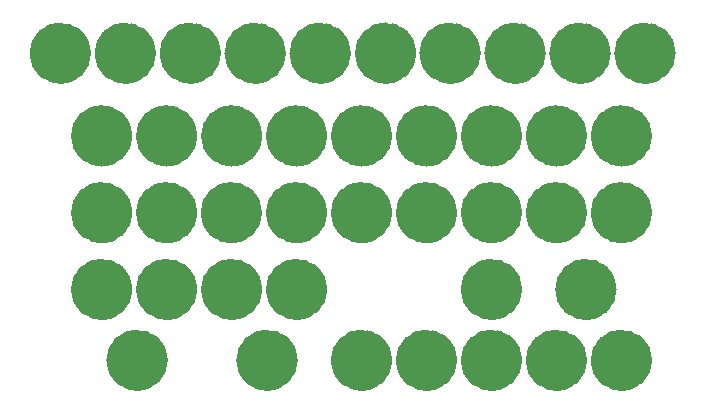
<source format=gbr>
%TF.GenerationSoftware,KiCad,Pcbnew,6.0.11-2627ca5db0~126~ubuntu22.04.1*%
%TF.CreationDate,2024-01-14T00:56:42+01:00*%
%TF.ProjectId,sda_trie_kbd,7364615f-7472-4696-955f-6b62642e6b69,rev?*%
%TF.SameCoordinates,PX2f34f60PY1c9b1e8*%
%TF.FileFunction,Soldermask,Top*%
%TF.FilePolarity,Negative*%
%FSLAX46Y46*%
G04 Gerber Fmt 4.6, Leading zero omitted, Abs format (unit mm)*
G04 Created by KiCad (PCBNEW 6.0.11-2627ca5db0~126~ubuntu22.04.1) date 2024-01-14 00:56:42*
%MOMM*%
%LPD*%
G01*
G04 APERTURE LIST*
%ADD10C,2.583886*%
%ADD11C,2.524000*%
G04 APERTURE END LIST*
D10*
X52768057Y-17254504D02*
G75*
G03*
X52768057Y-17254504I-1291943J0D01*
G01*
X41768057Y-23754504D02*
G75*
G03*
X41768057Y-23754504I-1291943J0D01*
G01*
X30768057Y-36254504D02*
G75*
G03*
X30768057Y-36254504I-1291943J0D01*
G01*
X14268057Y-17254504D02*
G75*
G03*
X14268057Y-17254504I-1291943J0D01*
G01*
X52768057Y-36254504D02*
G75*
G03*
X52768057Y-36254504I-1291943J0D01*
G01*
X32807262Y-10254504D02*
G75*
G03*
X32807262Y-10254504I-1291943J0D01*
G01*
X54768057Y-10254504D02*
G75*
G03*
X54768057Y-10254504I-1291943J0D01*
G01*
X14268057Y-23754504D02*
G75*
G03*
X14268057Y-23754504I-1291943J0D01*
G01*
X25268057Y-17254504D02*
G75*
G03*
X25268057Y-17254504I-1291943J0D01*
G01*
X16268057Y-10254504D02*
G75*
G03*
X16268057Y-10254504I-1291943J0D01*
G01*
X41768057Y-36254504D02*
G75*
G03*
X41768057Y-36254504I-1291943J0D01*
G01*
X36268057Y-36254504D02*
G75*
G03*
X36268057Y-36254504I-1291943J0D01*
G01*
X49268057Y-10254504D02*
G75*
G03*
X49268057Y-10254504I-1291943J0D01*
G01*
X41768057Y-30254504D02*
G75*
G03*
X41768057Y-30254504I-1291943J0D01*
G01*
X10768057Y-10254504D02*
G75*
G03*
X10768057Y-10254504I-1291943J0D01*
G01*
X14268057Y-30254504D02*
G75*
G03*
X14268057Y-30254504I-1291943J0D01*
G01*
X38268057Y-10254504D02*
G75*
G03*
X38268057Y-10254504I-1291943J0D01*
G01*
X8768057Y-17254504D02*
G75*
G03*
X8768057Y-17254504I-1291943J0D01*
G01*
X41768057Y-17254504D02*
G75*
G03*
X41768057Y-17254504I-1291943J0D01*
G01*
X47268057Y-36254504D02*
G75*
G03*
X47268057Y-36254504I-1291943J0D01*
G01*
X22768057Y-36254504D02*
G75*
G03*
X22768057Y-36254504I-1291943J0D01*
G01*
X30768057Y-23754504D02*
G75*
G03*
X30768057Y-23754504I-1291943J0D01*
G01*
X47268057Y-17254504D02*
G75*
G03*
X47268057Y-17254504I-1291943J0D01*
G01*
X19744345Y-23754504D02*
G75*
G03*
X19744345Y-23754504I-1291943J0D01*
G01*
X25268057Y-30254504D02*
G75*
G03*
X25268057Y-30254504I-1291943J0D01*
G01*
X49768057Y-30254504D02*
G75*
G03*
X49768057Y-30254504I-1291943J0D01*
G01*
X43768057Y-10254504D02*
G75*
G03*
X43768057Y-10254504I-1291943J0D01*
G01*
X19768057Y-30254504D02*
G75*
G03*
X19768057Y-30254504I-1291943J0D01*
G01*
X47268057Y-23754504D02*
G75*
G03*
X47268057Y-23754504I-1291943J0D01*
G01*
X30768057Y-17254504D02*
G75*
G03*
X30768057Y-17254504I-1291943J0D01*
G01*
X19776052Y-17254504D02*
G75*
G03*
X19776052Y-17254504I-1291943J0D01*
G01*
X11768057Y-36254504D02*
G75*
G03*
X11768057Y-36254504I-1291943J0D01*
G01*
X36268057Y-23754504D02*
G75*
G03*
X36268057Y-23754504I-1291943J0D01*
G01*
X52768057Y-23754504D02*
G75*
G03*
X52768057Y-23754504I-1291943J0D01*
G01*
X8768057Y-30254504D02*
G75*
G03*
X8768057Y-30254504I-1291943J0D01*
G01*
X36268057Y-17254504D02*
G75*
G03*
X36268057Y-17254504I-1291943J0D01*
G01*
X27268057Y-10254504D02*
G75*
G03*
X27268057Y-10254504I-1291943J0D01*
G01*
X21768057Y-10254504D02*
G75*
G03*
X21768057Y-10254504I-1291943J0D01*
G01*
X25268057Y-23754504D02*
G75*
G03*
X25268057Y-23754504I-1291943J0D01*
G01*
X5268057Y-10254504D02*
G75*
G03*
X5268057Y-10254504I-1291943J0D01*
G01*
X8768057Y-23754504D02*
G75*
G03*
X8768057Y-23754504I-1291943J0D01*
G01*
D11*
X51500000Y-17254504D03*
G36*
X53906604Y-17713588D02*
G01*
X53830088Y-18011596D01*
X53716826Y-18297663D01*
X53568603Y-18567280D01*
X53387757Y-18816193D01*
X53177140Y-19040477D01*
X52940074Y-19236596D01*
X52680297Y-19401455D01*
X52401905Y-19532456D01*
X52109290Y-19627533D01*
X51807066Y-19685185D01*
X51500000Y-19704504D01*
X51192934Y-19685185D01*
X50890710Y-19627533D01*
X50598095Y-19532456D01*
X50319703Y-19401455D01*
X50059926Y-19236596D01*
X49822860Y-19040477D01*
X49612243Y-18816193D01*
X49431397Y-18567280D01*
X49283174Y-18297663D01*
X49169912Y-18011596D01*
X49093396Y-17713588D01*
X49054835Y-17408341D01*
X49054835Y-17100667D01*
X49093396Y-16795420D01*
X49169912Y-16497412D01*
X49283174Y-16211345D01*
X49431397Y-15941728D01*
X49612243Y-15692815D01*
X49822860Y-15468531D01*
X50059926Y-15272412D01*
X50319703Y-15107553D01*
X50598095Y-14976552D01*
X50890710Y-14881475D01*
X51192934Y-14823823D01*
X51500000Y-14804504D01*
X51545938Y-14807394D01*
X51545938Y-15500198D01*
X51286131Y-15512678D01*
X51031022Y-15563422D01*
X50786215Y-15651317D01*
X50557089Y-15774430D01*
X50348677Y-15930059D01*
X50165558Y-16114783D01*
X50011754Y-16324545D01*
X49890645Y-16554736D01*
X49804890Y-16800301D01*
X49756374Y-17055843D01*
X49746162Y-17315749D01*
X49774479Y-17574310D01*
X49840703Y-17825846D01*
X49943378Y-18064830D01*
X50080250Y-18286012D01*
X50248312Y-18484535D01*
X50443871Y-18656035D01*
X50662631Y-18796746D01*
X50899786Y-18903577D01*
X51150128Y-18974181D01*
X51408155Y-19007006D01*
X51500000Y-19009411D01*
X51759392Y-18990135D01*
X52013085Y-18932730D01*
X52255507Y-18838457D01*
X52481332Y-18709388D01*
X52685598Y-18548357D01*
X52863819Y-18358903D01*
X53012079Y-18145187D01*
X53127121Y-17911904D01*
X53206419Y-17664179D01*
X53248229Y-17407454D01*
X53251634Y-17147369D01*
X53216558Y-16889638D01*
X53143773Y-16639923D01*
X53034876Y-16403708D01*
X52892261Y-16186184D01*
X52719061Y-15992130D01*
X52519080Y-15825807D01*
X52296711Y-15690870D01*
X52056840Y-15590284D01*
X51804736Y-15526258D01*
X51545938Y-15500198D01*
X51545938Y-14807394D01*
X51807066Y-14823823D01*
X52109290Y-14881475D01*
X52401905Y-14976552D01*
X52680297Y-15107553D01*
X52940074Y-15272412D01*
X53177140Y-15468531D01*
X53387757Y-15692815D01*
X53568603Y-15941728D01*
X53716826Y-16211345D01*
X53830088Y-16497412D01*
X53906604Y-16795420D01*
X53945165Y-17100667D01*
X53945165Y-17408341D01*
X53906604Y-17713588D01*
G37*
X40500000Y-23754504D03*
G36*
X42906604Y-24213588D02*
G01*
X42830088Y-24511596D01*
X42716826Y-24797663D01*
X42568603Y-25067280D01*
X42387757Y-25316193D01*
X42177140Y-25540477D01*
X41940074Y-25736596D01*
X41680297Y-25901455D01*
X41401905Y-26032456D01*
X41109290Y-26127533D01*
X40807066Y-26185185D01*
X40500000Y-26204504D01*
X40192934Y-26185185D01*
X39890710Y-26127533D01*
X39598095Y-26032456D01*
X39319703Y-25901455D01*
X39059926Y-25736596D01*
X38822860Y-25540477D01*
X38612243Y-25316193D01*
X38431397Y-25067280D01*
X38283174Y-24797663D01*
X38169912Y-24511596D01*
X38093396Y-24213588D01*
X38054835Y-23908341D01*
X38054835Y-23600667D01*
X38093396Y-23295420D01*
X38169912Y-22997412D01*
X38283174Y-22711345D01*
X38431397Y-22441728D01*
X38612243Y-22192815D01*
X38822860Y-21968531D01*
X39059926Y-21772412D01*
X39319703Y-21607553D01*
X39598095Y-21476552D01*
X39890710Y-21381475D01*
X40192934Y-21323823D01*
X40500000Y-21304504D01*
X40545938Y-21307394D01*
X40545938Y-22000198D01*
X40286131Y-22012678D01*
X40031022Y-22063422D01*
X39786215Y-22151317D01*
X39557089Y-22274430D01*
X39348677Y-22430059D01*
X39165558Y-22614783D01*
X39011754Y-22824545D01*
X38890645Y-23054736D01*
X38804890Y-23300301D01*
X38756374Y-23555843D01*
X38746162Y-23815749D01*
X38774479Y-24074310D01*
X38840703Y-24325846D01*
X38943378Y-24564830D01*
X39080250Y-24786012D01*
X39248312Y-24984535D01*
X39443871Y-25156035D01*
X39662631Y-25296746D01*
X39899786Y-25403577D01*
X40150128Y-25474181D01*
X40408155Y-25507006D01*
X40500000Y-25509411D01*
X40759392Y-25490135D01*
X41013085Y-25432730D01*
X41255507Y-25338457D01*
X41481332Y-25209388D01*
X41685598Y-25048357D01*
X41863819Y-24858903D01*
X42012079Y-24645187D01*
X42127121Y-24411904D01*
X42206419Y-24164179D01*
X42248229Y-23907454D01*
X42251634Y-23647369D01*
X42216558Y-23389638D01*
X42143773Y-23139923D01*
X42034876Y-22903708D01*
X41892261Y-22686184D01*
X41719061Y-22492130D01*
X41519080Y-22325807D01*
X41296711Y-22190870D01*
X41056840Y-22090284D01*
X40804736Y-22026258D01*
X40545938Y-22000198D01*
X40545938Y-21307394D01*
X40807066Y-21323823D01*
X41109290Y-21381475D01*
X41401905Y-21476552D01*
X41680297Y-21607553D01*
X41940074Y-21772412D01*
X42177140Y-21968531D01*
X42387757Y-22192815D01*
X42568603Y-22441728D01*
X42716826Y-22711345D01*
X42830088Y-22997412D01*
X42906604Y-23295420D01*
X42945165Y-23600667D01*
X42945165Y-23908341D01*
X42906604Y-24213588D01*
G37*
X29500000Y-36254504D03*
G36*
X31906604Y-36713588D02*
G01*
X31830088Y-37011596D01*
X31716826Y-37297663D01*
X31568603Y-37567280D01*
X31387757Y-37816193D01*
X31177140Y-38040477D01*
X30940074Y-38236596D01*
X30680297Y-38401455D01*
X30401905Y-38532456D01*
X30109290Y-38627533D01*
X29807066Y-38685185D01*
X29500000Y-38704504D01*
X29192934Y-38685185D01*
X28890710Y-38627533D01*
X28598095Y-38532456D01*
X28319703Y-38401455D01*
X28059926Y-38236596D01*
X27822860Y-38040477D01*
X27612243Y-37816193D01*
X27431397Y-37567280D01*
X27283174Y-37297663D01*
X27169912Y-37011596D01*
X27093396Y-36713588D01*
X27054835Y-36408341D01*
X27054835Y-36100667D01*
X27093396Y-35795420D01*
X27169912Y-35497412D01*
X27283174Y-35211345D01*
X27431397Y-34941728D01*
X27612243Y-34692815D01*
X27822860Y-34468531D01*
X28059926Y-34272412D01*
X28319703Y-34107553D01*
X28598095Y-33976552D01*
X28890710Y-33881475D01*
X29192934Y-33823823D01*
X29500000Y-33804504D01*
X29545938Y-33807394D01*
X29545938Y-34500198D01*
X29286131Y-34512678D01*
X29031022Y-34563422D01*
X28786215Y-34651317D01*
X28557089Y-34774430D01*
X28348677Y-34930059D01*
X28165558Y-35114783D01*
X28011754Y-35324545D01*
X27890645Y-35554736D01*
X27804890Y-35800301D01*
X27756374Y-36055843D01*
X27746162Y-36315749D01*
X27774479Y-36574310D01*
X27840703Y-36825846D01*
X27943378Y-37064830D01*
X28080250Y-37286012D01*
X28248312Y-37484535D01*
X28443871Y-37656035D01*
X28662631Y-37796746D01*
X28899786Y-37903577D01*
X29150128Y-37974181D01*
X29408155Y-38007006D01*
X29500000Y-38009411D01*
X29759392Y-37990135D01*
X30013085Y-37932730D01*
X30255507Y-37838457D01*
X30481332Y-37709388D01*
X30685598Y-37548357D01*
X30863819Y-37358903D01*
X31012079Y-37145187D01*
X31127121Y-36911904D01*
X31206419Y-36664179D01*
X31248229Y-36407454D01*
X31251634Y-36147369D01*
X31216558Y-35889638D01*
X31143773Y-35639923D01*
X31034876Y-35403708D01*
X30892261Y-35186184D01*
X30719061Y-34992130D01*
X30519080Y-34825807D01*
X30296711Y-34690870D01*
X30056840Y-34590284D01*
X29804736Y-34526258D01*
X29545938Y-34500198D01*
X29545938Y-33807394D01*
X29807066Y-33823823D01*
X30109290Y-33881475D01*
X30401905Y-33976552D01*
X30680297Y-34107553D01*
X30940074Y-34272412D01*
X31177140Y-34468531D01*
X31387757Y-34692815D01*
X31568603Y-34941728D01*
X31716826Y-35211345D01*
X31830088Y-35497412D01*
X31906604Y-35795420D01*
X31945165Y-36100667D01*
X31945165Y-36408341D01*
X31906604Y-36713588D01*
G37*
X13000000Y-17254504D03*
G36*
X15406604Y-17713588D02*
G01*
X15330088Y-18011596D01*
X15216826Y-18297663D01*
X15068603Y-18567280D01*
X14887757Y-18816193D01*
X14677140Y-19040477D01*
X14440074Y-19236596D01*
X14180297Y-19401455D01*
X13901905Y-19532456D01*
X13609290Y-19627533D01*
X13307066Y-19685185D01*
X13000000Y-19704504D01*
X12692934Y-19685185D01*
X12390710Y-19627533D01*
X12098095Y-19532456D01*
X11819703Y-19401455D01*
X11559926Y-19236596D01*
X11322860Y-19040477D01*
X11112243Y-18816193D01*
X10931397Y-18567280D01*
X10783174Y-18297663D01*
X10669912Y-18011596D01*
X10593396Y-17713588D01*
X10554835Y-17408341D01*
X10554835Y-17100667D01*
X10593396Y-16795420D01*
X10669912Y-16497412D01*
X10783174Y-16211345D01*
X10931397Y-15941728D01*
X11112243Y-15692815D01*
X11322860Y-15468531D01*
X11559926Y-15272412D01*
X11819703Y-15107553D01*
X12098095Y-14976552D01*
X12390710Y-14881475D01*
X12692934Y-14823823D01*
X13000000Y-14804504D01*
X13045938Y-14807394D01*
X13045938Y-15500198D01*
X12786131Y-15512678D01*
X12531022Y-15563422D01*
X12286215Y-15651317D01*
X12057089Y-15774430D01*
X11848677Y-15930059D01*
X11665558Y-16114783D01*
X11511754Y-16324545D01*
X11390645Y-16554736D01*
X11304890Y-16800301D01*
X11256374Y-17055843D01*
X11246162Y-17315749D01*
X11274479Y-17574310D01*
X11340703Y-17825846D01*
X11443378Y-18064830D01*
X11580250Y-18286012D01*
X11748312Y-18484535D01*
X11943871Y-18656035D01*
X12162631Y-18796746D01*
X12399786Y-18903577D01*
X12650128Y-18974181D01*
X12908155Y-19007006D01*
X13000000Y-19009411D01*
X13259392Y-18990135D01*
X13513085Y-18932730D01*
X13755507Y-18838457D01*
X13981332Y-18709388D01*
X14185598Y-18548357D01*
X14363819Y-18358903D01*
X14512079Y-18145187D01*
X14627121Y-17911904D01*
X14706419Y-17664179D01*
X14748229Y-17407454D01*
X14751634Y-17147369D01*
X14716558Y-16889638D01*
X14643773Y-16639923D01*
X14534876Y-16403708D01*
X14392261Y-16186184D01*
X14219061Y-15992130D01*
X14019080Y-15825807D01*
X13796711Y-15690870D01*
X13556840Y-15590284D01*
X13304736Y-15526258D01*
X13045938Y-15500198D01*
X13045938Y-14807394D01*
X13307066Y-14823823D01*
X13609290Y-14881475D01*
X13901905Y-14976552D01*
X14180297Y-15107553D01*
X14440074Y-15272412D01*
X14677140Y-15468531D01*
X14887757Y-15692815D01*
X15068603Y-15941728D01*
X15216826Y-16211345D01*
X15330088Y-16497412D01*
X15406604Y-16795420D01*
X15445165Y-17100667D01*
X15445165Y-17408341D01*
X15406604Y-17713588D01*
G37*
X51500000Y-36254504D03*
G36*
X53906604Y-36713588D02*
G01*
X53830088Y-37011596D01*
X53716826Y-37297663D01*
X53568603Y-37567280D01*
X53387757Y-37816193D01*
X53177140Y-38040477D01*
X52940074Y-38236596D01*
X52680297Y-38401455D01*
X52401905Y-38532456D01*
X52109290Y-38627533D01*
X51807066Y-38685185D01*
X51500000Y-38704504D01*
X51192934Y-38685185D01*
X50890710Y-38627533D01*
X50598095Y-38532456D01*
X50319703Y-38401455D01*
X50059926Y-38236596D01*
X49822860Y-38040477D01*
X49612243Y-37816193D01*
X49431397Y-37567280D01*
X49283174Y-37297663D01*
X49169912Y-37011596D01*
X49093396Y-36713588D01*
X49054835Y-36408341D01*
X49054835Y-36100667D01*
X49093396Y-35795420D01*
X49169912Y-35497412D01*
X49283174Y-35211345D01*
X49431397Y-34941728D01*
X49612243Y-34692815D01*
X49822860Y-34468531D01*
X50059926Y-34272412D01*
X50319703Y-34107553D01*
X50598095Y-33976552D01*
X50890710Y-33881475D01*
X51192934Y-33823823D01*
X51500000Y-33804504D01*
X51545938Y-33807394D01*
X51545938Y-34500198D01*
X51286131Y-34512678D01*
X51031022Y-34563422D01*
X50786215Y-34651317D01*
X50557089Y-34774430D01*
X50348677Y-34930059D01*
X50165558Y-35114783D01*
X50011754Y-35324545D01*
X49890645Y-35554736D01*
X49804890Y-35800301D01*
X49756374Y-36055843D01*
X49746162Y-36315749D01*
X49774479Y-36574310D01*
X49840703Y-36825846D01*
X49943378Y-37064830D01*
X50080250Y-37286012D01*
X50248312Y-37484535D01*
X50443871Y-37656035D01*
X50662631Y-37796746D01*
X50899786Y-37903577D01*
X51150128Y-37974181D01*
X51408155Y-38007006D01*
X51500000Y-38009411D01*
X51759392Y-37990135D01*
X52013085Y-37932730D01*
X52255507Y-37838457D01*
X52481332Y-37709388D01*
X52685598Y-37548357D01*
X52863819Y-37358903D01*
X53012079Y-37145187D01*
X53127121Y-36911904D01*
X53206419Y-36664179D01*
X53248229Y-36407454D01*
X53251634Y-36147369D01*
X53216558Y-35889638D01*
X53143773Y-35639923D01*
X53034876Y-35403708D01*
X52892261Y-35186184D01*
X52719061Y-34992130D01*
X52519080Y-34825807D01*
X52296711Y-34690870D01*
X52056840Y-34590284D01*
X51804736Y-34526258D01*
X51545938Y-34500198D01*
X51545938Y-33807394D01*
X51807066Y-33823823D01*
X52109290Y-33881475D01*
X52401905Y-33976552D01*
X52680297Y-34107553D01*
X52940074Y-34272412D01*
X53177140Y-34468531D01*
X53387757Y-34692815D01*
X53568603Y-34941728D01*
X53716826Y-35211345D01*
X53830088Y-35497412D01*
X53906604Y-35795420D01*
X53945165Y-36100667D01*
X53945165Y-36408341D01*
X53906604Y-36713588D01*
G37*
X31539205Y-10254504D03*
G36*
X33945809Y-10713588D02*
G01*
X33869293Y-11011596D01*
X33756031Y-11297663D01*
X33607808Y-11567280D01*
X33426962Y-11816193D01*
X33216345Y-12040477D01*
X32979279Y-12236596D01*
X32719502Y-12401455D01*
X32441110Y-12532456D01*
X32148495Y-12627533D01*
X31846271Y-12685185D01*
X31539205Y-12704504D01*
X31232139Y-12685185D01*
X30929915Y-12627533D01*
X30637300Y-12532456D01*
X30358908Y-12401455D01*
X30099131Y-12236596D01*
X29862065Y-12040477D01*
X29651448Y-11816193D01*
X29470602Y-11567280D01*
X29322379Y-11297663D01*
X29209117Y-11011596D01*
X29132601Y-10713588D01*
X29094040Y-10408341D01*
X29094040Y-10100667D01*
X29132601Y-9795420D01*
X29209117Y-9497412D01*
X29322379Y-9211345D01*
X29470602Y-8941728D01*
X29651448Y-8692815D01*
X29862065Y-8468531D01*
X30099131Y-8272412D01*
X30358908Y-8107553D01*
X30637300Y-7976552D01*
X30929915Y-7881475D01*
X31232139Y-7823823D01*
X31539205Y-7804504D01*
X31585143Y-7807394D01*
X31585143Y-8500198D01*
X31325336Y-8512678D01*
X31070227Y-8563422D01*
X30825420Y-8651317D01*
X30596294Y-8774430D01*
X30387882Y-8930059D01*
X30204763Y-9114783D01*
X30050959Y-9324545D01*
X29929850Y-9554736D01*
X29844095Y-9800301D01*
X29795579Y-10055843D01*
X29785367Y-10315749D01*
X29813684Y-10574310D01*
X29879908Y-10825846D01*
X29982583Y-11064830D01*
X30119455Y-11286012D01*
X30287517Y-11484535D01*
X30483076Y-11656035D01*
X30701836Y-11796746D01*
X30938991Y-11903577D01*
X31189333Y-11974181D01*
X31447360Y-12007006D01*
X31539205Y-12009411D01*
X31798597Y-11990135D01*
X32052290Y-11932730D01*
X32294712Y-11838457D01*
X32520537Y-11709388D01*
X32724803Y-11548357D01*
X32903024Y-11358903D01*
X33051284Y-11145187D01*
X33166326Y-10911904D01*
X33245624Y-10664179D01*
X33287434Y-10407454D01*
X33290839Y-10147369D01*
X33255763Y-9889638D01*
X33182978Y-9639923D01*
X33074081Y-9403708D01*
X32931466Y-9186184D01*
X32758266Y-8992130D01*
X32558285Y-8825807D01*
X32335916Y-8690870D01*
X32096045Y-8590284D01*
X31843941Y-8526258D01*
X31585143Y-8500198D01*
X31585143Y-7807394D01*
X31846271Y-7823823D01*
X32148495Y-7881475D01*
X32441110Y-7976552D01*
X32719502Y-8107553D01*
X32979279Y-8272412D01*
X33216345Y-8468531D01*
X33426962Y-8692815D01*
X33607808Y-8941728D01*
X33756031Y-9211345D01*
X33869293Y-9497412D01*
X33945809Y-9795420D01*
X33984370Y-10100667D01*
X33984370Y-10408341D01*
X33945809Y-10713588D01*
G37*
X53500000Y-10254504D03*
G36*
X55906604Y-10713588D02*
G01*
X55830088Y-11011596D01*
X55716826Y-11297663D01*
X55568603Y-11567280D01*
X55387757Y-11816193D01*
X55177140Y-12040477D01*
X54940074Y-12236596D01*
X54680297Y-12401455D01*
X54401905Y-12532456D01*
X54109290Y-12627533D01*
X53807066Y-12685185D01*
X53500000Y-12704504D01*
X53192934Y-12685185D01*
X52890710Y-12627533D01*
X52598095Y-12532456D01*
X52319703Y-12401455D01*
X52059926Y-12236596D01*
X51822860Y-12040477D01*
X51612243Y-11816193D01*
X51431397Y-11567280D01*
X51283174Y-11297663D01*
X51169912Y-11011596D01*
X51093396Y-10713588D01*
X51054835Y-10408341D01*
X51054835Y-10100667D01*
X51093396Y-9795420D01*
X51169912Y-9497412D01*
X51283174Y-9211345D01*
X51431397Y-8941728D01*
X51612243Y-8692815D01*
X51822860Y-8468531D01*
X52059926Y-8272412D01*
X52319703Y-8107553D01*
X52598095Y-7976552D01*
X52890710Y-7881475D01*
X53192934Y-7823823D01*
X53500000Y-7804504D01*
X53545938Y-7807394D01*
X53545938Y-8500198D01*
X53286131Y-8512678D01*
X53031022Y-8563422D01*
X52786215Y-8651317D01*
X52557089Y-8774430D01*
X52348677Y-8930059D01*
X52165558Y-9114783D01*
X52011754Y-9324545D01*
X51890645Y-9554736D01*
X51804890Y-9800301D01*
X51756374Y-10055843D01*
X51746162Y-10315749D01*
X51774479Y-10574310D01*
X51840703Y-10825846D01*
X51943378Y-11064830D01*
X52080250Y-11286012D01*
X52248312Y-11484535D01*
X52443871Y-11656035D01*
X52662631Y-11796746D01*
X52899786Y-11903577D01*
X53150128Y-11974181D01*
X53408155Y-12007006D01*
X53500000Y-12009411D01*
X53759392Y-11990135D01*
X54013085Y-11932730D01*
X54255507Y-11838457D01*
X54481332Y-11709388D01*
X54685598Y-11548357D01*
X54863819Y-11358903D01*
X55012079Y-11145187D01*
X55127121Y-10911904D01*
X55206419Y-10664179D01*
X55248229Y-10407454D01*
X55251634Y-10147369D01*
X55216558Y-9889638D01*
X55143773Y-9639923D01*
X55034876Y-9403708D01*
X54892261Y-9186184D01*
X54719061Y-8992130D01*
X54519080Y-8825807D01*
X54296711Y-8690870D01*
X54056840Y-8590284D01*
X53804736Y-8526258D01*
X53545938Y-8500198D01*
X53545938Y-7807394D01*
X53807066Y-7823823D01*
X54109290Y-7881475D01*
X54401905Y-7976552D01*
X54680297Y-8107553D01*
X54940074Y-8272412D01*
X55177140Y-8468531D01*
X55387757Y-8692815D01*
X55568603Y-8941728D01*
X55716826Y-9211345D01*
X55830088Y-9497412D01*
X55906604Y-9795420D01*
X55945165Y-10100667D01*
X55945165Y-10408341D01*
X55906604Y-10713588D01*
G37*
X13000000Y-23754504D03*
G36*
X15406604Y-24213588D02*
G01*
X15330088Y-24511596D01*
X15216826Y-24797663D01*
X15068603Y-25067280D01*
X14887757Y-25316193D01*
X14677140Y-25540477D01*
X14440074Y-25736596D01*
X14180297Y-25901455D01*
X13901905Y-26032456D01*
X13609290Y-26127533D01*
X13307066Y-26185185D01*
X13000000Y-26204504D01*
X12692934Y-26185185D01*
X12390710Y-26127533D01*
X12098095Y-26032456D01*
X11819703Y-25901455D01*
X11559926Y-25736596D01*
X11322860Y-25540477D01*
X11112243Y-25316193D01*
X10931397Y-25067280D01*
X10783174Y-24797663D01*
X10669912Y-24511596D01*
X10593396Y-24213588D01*
X10554835Y-23908341D01*
X10554835Y-23600667D01*
X10593396Y-23295420D01*
X10669912Y-22997412D01*
X10783174Y-22711345D01*
X10931397Y-22441728D01*
X11112243Y-22192815D01*
X11322860Y-21968531D01*
X11559926Y-21772412D01*
X11819703Y-21607553D01*
X12098095Y-21476552D01*
X12390710Y-21381475D01*
X12692934Y-21323823D01*
X13000000Y-21304504D01*
X13045938Y-21307394D01*
X13045938Y-22000198D01*
X12786131Y-22012678D01*
X12531022Y-22063422D01*
X12286215Y-22151317D01*
X12057089Y-22274430D01*
X11848677Y-22430059D01*
X11665558Y-22614783D01*
X11511754Y-22824545D01*
X11390645Y-23054736D01*
X11304890Y-23300301D01*
X11256374Y-23555843D01*
X11246162Y-23815749D01*
X11274479Y-24074310D01*
X11340703Y-24325846D01*
X11443378Y-24564830D01*
X11580250Y-24786012D01*
X11748312Y-24984535D01*
X11943871Y-25156035D01*
X12162631Y-25296746D01*
X12399786Y-25403577D01*
X12650128Y-25474181D01*
X12908155Y-25507006D01*
X13000000Y-25509411D01*
X13259392Y-25490135D01*
X13513085Y-25432730D01*
X13755507Y-25338457D01*
X13981332Y-25209388D01*
X14185598Y-25048357D01*
X14363819Y-24858903D01*
X14512079Y-24645187D01*
X14627121Y-24411904D01*
X14706419Y-24164179D01*
X14748229Y-23907454D01*
X14751634Y-23647369D01*
X14716558Y-23389638D01*
X14643773Y-23139923D01*
X14534876Y-22903708D01*
X14392261Y-22686184D01*
X14219061Y-22492130D01*
X14019080Y-22325807D01*
X13796711Y-22190870D01*
X13556840Y-22090284D01*
X13304736Y-22026258D01*
X13045938Y-22000198D01*
X13045938Y-21307394D01*
X13307066Y-21323823D01*
X13609290Y-21381475D01*
X13901905Y-21476552D01*
X14180297Y-21607553D01*
X14440074Y-21772412D01*
X14677140Y-21968531D01*
X14887757Y-22192815D01*
X15068603Y-22441728D01*
X15216826Y-22711345D01*
X15330088Y-22997412D01*
X15406604Y-23295420D01*
X15445165Y-23600667D01*
X15445165Y-23908341D01*
X15406604Y-24213588D01*
G37*
X24000000Y-17254504D03*
G36*
X26406604Y-17713588D02*
G01*
X26330088Y-18011596D01*
X26216826Y-18297663D01*
X26068603Y-18567280D01*
X25887757Y-18816193D01*
X25677140Y-19040477D01*
X25440074Y-19236596D01*
X25180297Y-19401455D01*
X24901905Y-19532456D01*
X24609290Y-19627533D01*
X24307066Y-19685185D01*
X24000000Y-19704504D01*
X23692934Y-19685185D01*
X23390710Y-19627533D01*
X23098095Y-19532456D01*
X22819703Y-19401455D01*
X22559926Y-19236596D01*
X22322860Y-19040477D01*
X22112243Y-18816193D01*
X21931397Y-18567280D01*
X21783174Y-18297663D01*
X21669912Y-18011596D01*
X21593396Y-17713588D01*
X21554835Y-17408341D01*
X21554835Y-17100667D01*
X21593396Y-16795420D01*
X21669912Y-16497412D01*
X21783174Y-16211345D01*
X21931397Y-15941728D01*
X22112243Y-15692815D01*
X22322860Y-15468531D01*
X22559926Y-15272412D01*
X22819703Y-15107553D01*
X23098095Y-14976552D01*
X23390710Y-14881475D01*
X23692934Y-14823823D01*
X24000000Y-14804504D01*
X24045938Y-14807394D01*
X24045938Y-15500198D01*
X23786131Y-15512678D01*
X23531022Y-15563422D01*
X23286215Y-15651317D01*
X23057089Y-15774430D01*
X22848677Y-15930059D01*
X22665558Y-16114783D01*
X22511754Y-16324545D01*
X22390645Y-16554736D01*
X22304890Y-16800301D01*
X22256374Y-17055843D01*
X22246162Y-17315749D01*
X22274479Y-17574310D01*
X22340703Y-17825846D01*
X22443378Y-18064830D01*
X22580250Y-18286012D01*
X22748312Y-18484535D01*
X22943871Y-18656035D01*
X23162631Y-18796746D01*
X23399786Y-18903577D01*
X23650128Y-18974181D01*
X23908155Y-19007006D01*
X24000000Y-19009411D01*
X24259392Y-18990135D01*
X24513085Y-18932730D01*
X24755507Y-18838457D01*
X24981332Y-18709388D01*
X25185598Y-18548357D01*
X25363819Y-18358903D01*
X25512079Y-18145187D01*
X25627121Y-17911904D01*
X25706419Y-17664179D01*
X25748229Y-17407454D01*
X25751634Y-17147369D01*
X25716558Y-16889638D01*
X25643773Y-16639923D01*
X25534876Y-16403708D01*
X25392261Y-16186184D01*
X25219061Y-15992130D01*
X25019080Y-15825807D01*
X24796711Y-15690870D01*
X24556840Y-15590284D01*
X24304736Y-15526258D01*
X24045938Y-15500198D01*
X24045938Y-14807394D01*
X24307066Y-14823823D01*
X24609290Y-14881475D01*
X24901905Y-14976552D01*
X25180297Y-15107553D01*
X25440074Y-15272412D01*
X25677140Y-15468531D01*
X25887757Y-15692815D01*
X26068603Y-15941728D01*
X26216826Y-16211345D01*
X26330088Y-16497412D01*
X26406604Y-16795420D01*
X26445165Y-17100667D01*
X26445165Y-17408341D01*
X26406604Y-17713588D01*
G37*
X15000000Y-10254504D03*
G36*
X17406604Y-10713588D02*
G01*
X17330088Y-11011596D01*
X17216826Y-11297663D01*
X17068603Y-11567280D01*
X16887757Y-11816193D01*
X16677140Y-12040477D01*
X16440074Y-12236596D01*
X16180297Y-12401455D01*
X15901905Y-12532456D01*
X15609290Y-12627533D01*
X15307066Y-12685185D01*
X15000000Y-12704504D01*
X14692934Y-12685185D01*
X14390710Y-12627533D01*
X14098095Y-12532456D01*
X13819703Y-12401455D01*
X13559926Y-12236596D01*
X13322860Y-12040477D01*
X13112243Y-11816193D01*
X12931397Y-11567280D01*
X12783174Y-11297663D01*
X12669912Y-11011596D01*
X12593396Y-10713588D01*
X12554835Y-10408341D01*
X12554835Y-10100667D01*
X12593396Y-9795420D01*
X12669912Y-9497412D01*
X12783174Y-9211345D01*
X12931397Y-8941728D01*
X13112243Y-8692815D01*
X13322860Y-8468531D01*
X13559926Y-8272412D01*
X13819703Y-8107553D01*
X14098095Y-7976552D01*
X14390710Y-7881475D01*
X14692934Y-7823823D01*
X15000000Y-7804504D01*
X15045938Y-7807394D01*
X15045938Y-8500198D01*
X14786131Y-8512678D01*
X14531022Y-8563422D01*
X14286215Y-8651317D01*
X14057089Y-8774430D01*
X13848677Y-8930059D01*
X13665558Y-9114783D01*
X13511754Y-9324545D01*
X13390645Y-9554736D01*
X13304890Y-9800301D01*
X13256374Y-10055843D01*
X13246162Y-10315749D01*
X13274479Y-10574310D01*
X13340703Y-10825846D01*
X13443378Y-11064830D01*
X13580250Y-11286012D01*
X13748312Y-11484535D01*
X13943871Y-11656035D01*
X14162631Y-11796746D01*
X14399786Y-11903577D01*
X14650128Y-11974181D01*
X14908155Y-12007006D01*
X15000000Y-12009411D01*
X15259392Y-11990135D01*
X15513085Y-11932730D01*
X15755507Y-11838457D01*
X15981332Y-11709388D01*
X16185598Y-11548357D01*
X16363819Y-11358903D01*
X16512079Y-11145187D01*
X16627121Y-10911904D01*
X16706419Y-10664179D01*
X16748229Y-10407454D01*
X16751634Y-10147369D01*
X16716558Y-9889638D01*
X16643773Y-9639923D01*
X16534876Y-9403708D01*
X16392261Y-9186184D01*
X16219061Y-8992130D01*
X16019080Y-8825807D01*
X15796711Y-8690870D01*
X15556840Y-8590284D01*
X15304736Y-8526258D01*
X15045938Y-8500198D01*
X15045938Y-7807394D01*
X15307066Y-7823823D01*
X15609290Y-7881475D01*
X15901905Y-7976552D01*
X16180297Y-8107553D01*
X16440074Y-8272412D01*
X16677140Y-8468531D01*
X16887757Y-8692815D01*
X17068603Y-8941728D01*
X17216826Y-9211345D01*
X17330088Y-9497412D01*
X17406604Y-9795420D01*
X17445165Y-10100667D01*
X17445165Y-10408341D01*
X17406604Y-10713588D01*
G37*
X40500000Y-36254504D03*
G36*
X42906604Y-36713588D02*
G01*
X42830088Y-37011596D01*
X42716826Y-37297663D01*
X42568603Y-37567280D01*
X42387757Y-37816193D01*
X42177140Y-38040477D01*
X41940074Y-38236596D01*
X41680297Y-38401455D01*
X41401905Y-38532456D01*
X41109290Y-38627533D01*
X40807066Y-38685185D01*
X40500000Y-38704504D01*
X40192934Y-38685185D01*
X39890710Y-38627533D01*
X39598095Y-38532456D01*
X39319703Y-38401455D01*
X39059926Y-38236596D01*
X38822860Y-38040477D01*
X38612243Y-37816193D01*
X38431397Y-37567280D01*
X38283174Y-37297663D01*
X38169912Y-37011596D01*
X38093396Y-36713588D01*
X38054835Y-36408341D01*
X38054835Y-36100667D01*
X38093396Y-35795420D01*
X38169912Y-35497412D01*
X38283174Y-35211345D01*
X38431397Y-34941728D01*
X38612243Y-34692815D01*
X38822860Y-34468531D01*
X39059926Y-34272412D01*
X39319703Y-34107553D01*
X39598095Y-33976552D01*
X39890710Y-33881475D01*
X40192934Y-33823823D01*
X40500000Y-33804504D01*
X40545938Y-33807394D01*
X40545938Y-34500198D01*
X40286131Y-34512678D01*
X40031022Y-34563422D01*
X39786215Y-34651317D01*
X39557089Y-34774430D01*
X39348677Y-34930059D01*
X39165558Y-35114783D01*
X39011754Y-35324545D01*
X38890645Y-35554736D01*
X38804890Y-35800301D01*
X38756374Y-36055843D01*
X38746162Y-36315749D01*
X38774479Y-36574310D01*
X38840703Y-36825846D01*
X38943378Y-37064830D01*
X39080250Y-37286012D01*
X39248312Y-37484535D01*
X39443871Y-37656035D01*
X39662631Y-37796746D01*
X39899786Y-37903577D01*
X40150128Y-37974181D01*
X40408155Y-38007006D01*
X40500000Y-38009411D01*
X40759392Y-37990135D01*
X41013085Y-37932730D01*
X41255507Y-37838457D01*
X41481332Y-37709388D01*
X41685598Y-37548357D01*
X41863819Y-37358903D01*
X42012079Y-37145187D01*
X42127121Y-36911904D01*
X42206419Y-36664179D01*
X42248229Y-36407454D01*
X42251634Y-36147369D01*
X42216558Y-35889638D01*
X42143773Y-35639923D01*
X42034876Y-35403708D01*
X41892261Y-35186184D01*
X41719061Y-34992130D01*
X41519080Y-34825807D01*
X41296711Y-34690870D01*
X41056840Y-34590284D01*
X40804736Y-34526258D01*
X40545938Y-34500198D01*
X40545938Y-33807394D01*
X40807066Y-33823823D01*
X41109290Y-33881475D01*
X41401905Y-33976552D01*
X41680297Y-34107553D01*
X41940074Y-34272412D01*
X42177140Y-34468531D01*
X42387757Y-34692815D01*
X42568603Y-34941728D01*
X42716826Y-35211345D01*
X42830088Y-35497412D01*
X42906604Y-35795420D01*
X42945165Y-36100667D01*
X42945165Y-36408341D01*
X42906604Y-36713588D01*
G37*
X35000000Y-36254504D03*
G36*
X37406604Y-36713588D02*
G01*
X37330088Y-37011596D01*
X37216826Y-37297663D01*
X37068603Y-37567280D01*
X36887757Y-37816193D01*
X36677140Y-38040477D01*
X36440074Y-38236596D01*
X36180297Y-38401455D01*
X35901905Y-38532456D01*
X35609290Y-38627533D01*
X35307066Y-38685185D01*
X35000000Y-38704504D01*
X34692934Y-38685185D01*
X34390710Y-38627533D01*
X34098095Y-38532456D01*
X33819703Y-38401455D01*
X33559926Y-38236596D01*
X33322860Y-38040477D01*
X33112243Y-37816193D01*
X32931397Y-37567280D01*
X32783174Y-37297663D01*
X32669912Y-37011596D01*
X32593396Y-36713588D01*
X32554835Y-36408341D01*
X32554835Y-36100667D01*
X32593396Y-35795420D01*
X32669912Y-35497412D01*
X32783174Y-35211345D01*
X32931397Y-34941728D01*
X33112243Y-34692815D01*
X33322860Y-34468531D01*
X33559926Y-34272412D01*
X33819703Y-34107553D01*
X34098095Y-33976552D01*
X34390710Y-33881475D01*
X34692934Y-33823823D01*
X35000000Y-33804504D01*
X35045938Y-33807394D01*
X35045938Y-34500198D01*
X34786131Y-34512678D01*
X34531022Y-34563422D01*
X34286215Y-34651317D01*
X34057089Y-34774430D01*
X33848677Y-34930059D01*
X33665558Y-35114783D01*
X33511754Y-35324545D01*
X33390645Y-35554736D01*
X33304890Y-35800301D01*
X33256374Y-36055843D01*
X33246162Y-36315749D01*
X33274479Y-36574310D01*
X33340703Y-36825846D01*
X33443378Y-37064830D01*
X33580250Y-37286012D01*
X33748312Y-37484535D01*
X33943871Y-37656035D01*
X34162631Y-37796746D01*
X34399786Y-37903577D01*
X34650128Y-37974181D01*
X34908155Y-38007006D01*
X35000000Y-38009411D01*
X35259392Y-37990135D01*
X35513085Y-37932730D01*
X35755507Y-37838457D01*
X35981332Y-37709388D01*
X36185598Y-37548357D01*
X36363819Y-37358903D01*
X36512079Y-37145187D01*
X36627121Y-36911904D01*
X36706419Y-36664179D01*
X36748229Y-36407454D01*
X36751634Y-36147369D01*
X36716558Y-35889638D01*
X36643773Y-35639923D01*
X36534876Y-35403708D01*
X36392261Y-35186184D01*
X36219061Y-34992130D01*
X36019080Y-34825807D01*
X35796711Y-34690870D01*
X35556840Y-34590284D01*
X35304736Y-34526258D01*
X35045938Y-34500198D01*
X35045938Y-33807394D01*
X35307066Y-33823823D01*
X35609290Y-33881475D01*
X35901905Y-33976552D01*
X36180297Y-34107553D01*
X36440074Y-34272412D01*
X36677140Y-34468531D01*
X36887757Y-34692815D01*
X37068603Y-34941728D01*
X37216826Y-35211345D01*
X37330088Y-35497412D01*
X37406604Y-35795420D01*
X37445165Y-36100667D01*
X37445165Y-36408341D01*
X37406604Y-36713588D01*
G37*
X48000000Y-10254504D03*
G36*
X50406604Y-10713588D02*
G01*
X50330088Y-11011596D01*
X50216826Y-11297663D01*
X50068603Y-11567280D01*
X49887757Y-11816193D01*
X49677140Y-12040477D01*
X49440074Y-12236596D01*
X49180297Y-12401455D01*
X48901905Y-12532456D01*
X48609290Y-12627533D01*
X48307066Y-12685185D01*
X48000000Y-12704504D01*
X47692934Y-12685185D01*
X47390710Y-12627533D01*
X47098095Y-12532456D01*
X46819703Y-12401455D01*
X46559926Y-12236596D01*
X46322860Y-12040477D01*
X46112243Y-11816193D01*
X45931397Y-11567280D01*
X45783174Y-11297663D01*
X45669912Y-11011596D01*
X45593396Y-10713588D01*
X45554835Y-10408341D01*
X45554835Y-10100667D01*
X45593396Y-9795420D01*
X45669912Y-9497412D01*
X45783174Y-9211345D01*
X45931397Y-8941728D01*
X46112243Y-8692815D01*
X46322860Y-8468531D01*
X46559926Y-8272412D01*
X46819703Y-8107553D01*
X47098095Y-7976552D01*
X47390710Y-7881475D01*
X47692934Y-7823823D01*
X48000000Y-7804504D01*
X48045938Y-7807394D01*
X48045938Y-8500198D01*
X47786131Y-8512678D01*
X47531022Y-8563422D01*
X47286215Y-8651317D01*
X47057089Y-8774430D01*
X46848677Y-8930059D01*
X46665558Y-9114783D01*
X46511754Y-9324545D01*
X46390645Y-9554736D01*
X46304890Y-9800301D01*
X46256374Y-10055843D01*
X46246162Y-10315749D01*
X46274479Y-10574310D01*
X46340703Y-10825846D01*
X46443378Y-11064830D01*
X46580250Y-11286012D01*
X46748312Y-11484535D01*
X46943871Y-11656035D01*
X47162631Y-11796746D01*
X47399786Y-11903577D01*
X47650128Y-11974181D01*
X47908155Y-12007006D01*
X48000000Y-12009411D01*
X48259392Y-11990135D01*
X48513085Y-11932730D01*
X48755507Y-11838457D01*
X48981332Y-11709388D01*
X49185598Y-11548357D01*
X49363819Y-11358903D01*
X49512079Y-11145187D01*
X49627121Y-10911904D01*
X49706419Y-10664179D01*
X49748229Y-10407454D01*
X49751634Y-10147369D01*
X49716558Y-9889638D01*
X49643773Y-9639923D01*
X49534876Y-9403708D01*
X49392261Y-9186184D01*
X49219061Y-8992130D01*
X49019080Y-8825807D01*
X48796711Y-8690870D01*
X48556840Y-8590284D01*
X48304736Y-8526258D01*
X48045938Y-8500198D01*
X48045938Y-7807394D01*
X48307066Y-7823823D01*
X48609290Y-7881475D01*
X48901905Y-7976552D01*
X49180297Y-8107553D01*
X49440074Y-8272412D01*
X49677140Y-8468531D01*
X49887757Y-8692815D01*
X50068603Y-8941728D01*
X50216826Y-9211345D01*
X50330088Y-9497412D01*
X50406604Y-9795420D01*
X50445165Y-10100667D01*
X50445165Y-10408341D01*
X50406604Y-10713588D01*
G37*
X40500000Y-30254504D03*
G36*
X42906604Y-30713588D02*
G01*
X42830088Y-31011596D01*
X42716826Y-31297663D01*
X42568603Y-31567280D01*
X42387757Y-31816193D01*
X42177140Y-32040477D01*
X41940074Y-32236596D01*
X41680297Y-32401455D01*
X41401905Y-32532456D01*
X41109290Y-32627533D01*
X40807066Y-32685185D01*
X40500000Y-32704504D01*
X40192934Y-32685185D01*
X39890710Y-32627533D01*
X39598095Y-32532456D01*
X39319703Y-32401455D01*
X39059926Y-32236596D01*
X38822860Y-32040477D01*
X38612243Y-31816193D01*
X38431397Y-31567280D01*
X38283174Y-31297663D01*
X38169912Y-31011596D01*
X38093396Y-30713588D01*
X38054835Y-30408341D01*
X38054835Y-30100667D01*
X38093396Y-29795420D01*
X38169912Y-29497412D01*
X38283174Y-29211345D01*
X38431397Y-28941728D01*
X38612243Y-28692815D01*
X38822860Y-28468531D01*
X39059926Y-28272412D01*
X39319703Y-28107553D01*
X39598095Y-27976552D01*
X39890710Y-27881475D01*
X40192934Y-27823823D01*
X40500000Y-27804504D01*
X40545938Y-27807394D01*
X40545938Y-28500198D01*
X40286131Y-28512678D01*
X40031022Y-28563422D01*
X39786215Y-28651317D01*
X39557089Y-28774430D01*
X39348677Y-28930059D01*
X39165558Y-29114783D01*
X39011754Y-29324545D01*
X38890645Y-29554736D01*
X38804890Y-29800301D01*
X38756374Y-30055843D01*
X38746162Y-30315749D01*
X38774479Y-30574310D01*
X38840703Y-30825846D01*
X38943378Y-31064830D01*
X39080250Y-31286012D01*
X39248312Y-31484535D01*
X39443871Y-31656035D01*
X39662631Y-31796746D01*
X39899786Y-31903577D01*
X40150128Y-31974181D01*
X40408155Y-32007006D01*
X40500000Y-32009411D01*
X40759392Y-31990135D01*
X41013085Y-31932730D01*
X41255507Y-31838457D01*
X41481332Y-31709388D01*
X41685598Y-31548357D01*
X41863819Y-31358903D01*
X42012079Y-31145187D01*
X42127121Y-30911904D01*
X42206419Y-30664179D01*
X42248229Y-30407454D01*
X42251634Y-30147369D01*
X42216558Y-29889638D01*
X42143773Y-29639923D01*
X42034876Y-29403708D01*
X41892261Y-29186184D01*
X41719061Y-28992130D01*
X41519080Y-28825807D01*
X41296711Y-28690870D01*
X41056840Y-28590284D01*
X40804736Y-28526258D01*
X40545938Y-28500198D01*
X40545938Y-27807394D01*
X40807066Y-27823823D01*
X41109290Y-27881475D01*
X41401905Y-27976552D01*
X41680297Y-28107553D01*
X41940074Y-28272412D01*
X42177140Y-28468531D01*
X42387757Y-28692815D01*
X42568603Y-28941728D01*
X42716826Y-29211345D01*
X42830088Y-29497412D01*
X42906604Y-29795420D01*
X42945165Y-30100667D01*
X42945165Y-30408341D01*
X42906604Y-30713588D01*
G37*
X9500000Y-10254504D03*
G36*
X11906604Y-10713588D02*
G01*
X11830088Y-11011596D01*
X11716826Y-11297663D01*
X11568603Y-11567280D01*
X11387757Y-11816193D01*
X11177140Y-12040477D01*
X10940074Y-12236596D01*
X10680297Y-12401455D01*
X10401905Y-12532456D01*
X10109290Y-12627533D01*
X9807066Y-12685185D01*
X9500000Y-12704504D01*
X9192934Y-12685185D01*
X8890710Y-12627533D01*
X8598095Y-12532456D01*
X8319703Y-12401455D01*
X8059926Y-12236596D01*
X7822860Y-12040477D01*
X7612243Y-11816193D01*
X7431397Y-11567280D01*
X7283174Y-11297663D01*
X7169912Y-11011596D01*
X7093396Y-10713588D01*
X7054835Y-10408341D01*
X7054835Y-10100667D01*
X7093396Y-9795420D01*
X7169912Y-9497412D01*
X7283174Y-9211345D01*
X7431397Y-8941728D01*
X7612243Y-8692815D01*
X7822860Y-8468531D01*
X8059926Y-8272412D01*
X8319703Y-8107553D01*
X8598095Y-7976552D01*
X8890710Y-7881475D01*
X9192934Y-7823823D01*
X9500000Y-7804504D01*
X9545938Y-7807394D01*
X9545938Y-8500198D01*
X9286131Y-8512678D01*
X9031022Y-8563422D01*
X8786215Y-8651317D01*
X8557089Y-8774430D01*
X8348677Y-8930059D01*
X8165558Y-9114783D01*
X8011754Y-9324545D01*
X7890645Y-9554736D01*
X7804890Y-9800301D01*
X7756374Y-10055843D01*
X7746162Y-10315749D01*
X7774479Y-10574310D01*
X7840703Y-10825846D01*
X7943378Y-11064830D01*
X8080250Y-11286012D01*
X8248312Y-11484535D01*
X8443871Y-11656035D01*
X8662631Y-11796746D01*
X8899786Y-11903577D01*
X9150128Y-11974181D01*
X9408155Y-12007006D01*
X9500000Y-12009411D01*
X9759392Y-11990135D01*
X10013085Y-11932730D01*
X10255507Y-11838457D01*
X10481332Y-11709388D01*
X10685598Y-11548357D01*
X10863819Y-11358903D01*
X11012079Y-11145187D01*
X11127121Y-10911904D01*
X11206419Y-10664179D01*
X11248229Y-10407454D01*
X11251634Y-10147369D01*
X11216558Y-9889638D01*
X11143773Y-9639923D01*
X11034876Y-9403708D01*
X10892261Y-9186184D01*
X10719061Y-8992130D01*
X10519080Y-8825807D01*
X10296711Y-8690870D01*
X10056840Y-8590284D01*
X9804736Y-8526258D01*
X9545938Y-8500198D01*
X9545938Y-7807394D01*
X9807066Y-7823823D01*
X10109290Y-7881475D01*
X10401905Y-7976552D01*
X10680297Y-8107553D01*
X10940074Y-8272412D01*
X11177140Y-8468531D01*
X11387757Y-8692815D01*
X11568603Y-8941728D01*
X11716826Y-9211345D01*
X11830088Y-9497412D01*
X11906604Y-9795420D01*
X11945165Y-10100667D01*
X11945165Y-10408341D01*
X11906604Y-10713588D01*
G37*
X13000000Y-30254504D03*
G36*
X15406604Y-30713588D02*
G01*
X15330088Y-31011596D01*
X15216826Y-31297663D01*
X15068603Y-31567280D01*
X14887757Y-31816193D01*
X14677140Y-32040477D01*
X14440074Y-32236596D01*
X14180297Y-32401455D01*
X13901905Y-32532456D01*
X13609290Y-32627533D01*
X13307066Y-32685185D01*
X13000000Y-32704504D01*
X12692934Y-32685185D01*
X12390710Y-32627533D01*
X12098095Y-32532456D01*
X11819703Y-32401455D01*
X11559926Y-32236596D01*
X11322860Y-32040477D01*
X11112243Y-31816193D01*
X10931397Y-31567280D01*
X10783174Y-31297663D01*
X10669912Y-31011596D01*
X10593396Y-30713588D01*
X10554835Y-30408341D01*
X10554835Y-30100667D01*
X10593396Y-29795420D01*
X10669912Y-29497412D01*
X10783174Y-29211345D01*
X10931397Y-28941728D01*
X11112243Y-28692815D01*
X11322860Y-28468531D01*
X11559926Y-28272412D01*
X11819703Y-28107553D01*
X12098095Y-27976552D01*
X12390710Y-27881475D01*
X12692934Y-27823823D01*
X13000000Y-27804504D01*
X13045938Y-27807394D01*
X13045938Y-28500198D01*
X12786131Y-28512678D01*
X12531022Y-28563422D01*
X12286215Y-28651317D01*
X12057089Y-28774430D01*
X11848677Y-28930059D01*
X11665558Y-29114783D01*
X11511754Y-29324545D01*
X11390645Y-29554736D01*
X11304890Y-29800301D01*
X11256374Y-30055843D01*
X11246162Y-30315749D01*
X11274479Y-30574310D01*
X11340703Y-30825846D01*
X11443378Y-31064830D01*
X11580250Y-31286012D01*
X11748312Y-31484535D01*
X11943871Y-31656035D01*
X12162631Y-31796746D01*
X12399786Y-31903577D01*
X12650128Y-31974181D01*
X12908155Y-32007006D01*
X13000000Y-32009411D01*
X13259392Y-31990135D01*
X13513085Y-31932730D01*
X13755507Y-31838457D01*
X13981332Y-31709388D01*
X14185598Y-31548357D01*
X14363819Y-31358903D01*
X14512079Y-31145187D01*
X14627121Y-30911904D01*
X14706419Y-30664179D01*
X14748229Y-30407454D01*
X14751634Y-30147369D01*
X14716558Y-29889638D01*
X14643773Y-29639923D01*
X14534876Y-29403708D01*
X14392261Y-29186184D01*
X14219061Y-28992130D01*
X14019080Y-28825807D01*
X13796711Y-28690870D01*
X13556840Y-28590284D01*
X13304736Y-28526258D01*
X13045938Y-28500198D01*
X13045938Y-27807394D01*
X13307066Y-27823823D01*
X13609290Y-27881475D01*
X13901905Y-27976552D01*
X14180297Y-28107553D01*
X14440074Y-28272412D01*
X14677140Y-28468531D01*
X14887757Y-28692815D01*
X15068603Y-28941728D01*
X15216826Y-29211345D01*
X15330088Y-29497412D01*
X15406604Y-29795420D01*
X15445165Y-30100667D01*
X15445165Y-30408341D01*
X15406604Y-30713588D01*
G37*
X37000000Y-10254504D03*
G36*
X39406604Y-10713588D02*
G01*
X39330088Y-11011596D01*
X39216826Y-11297663D01*
X39068603Y-11567280D01*
X38887757Y-11816193D01*
X38677140Y-12040477D01*
X38440074Y-12236596D01*
X38180297Y-12401455D01*
X37901905Y-12532456D01*
X37609290Y-12627533D01*
X37307066Y-12685185D01*
X37000000Y-12704504D01*
X36692934Y-12685185D01*
X36390710Y-12627533D01*
X36098095Y-12532456D01*
X35819703Y-12401455D01*
X35559926Y-12236596D01*
X35322860Y-12040477D01*
X35112243Y-11816193D01*
X34931397Y-11567280D01*
X34783174Y-11297663D01*
X34669912Y-11011596D01*
X34593396Y-10713588D01*
X34554835Y-10408341D01*
X34554835Y-10100667D01*
X34593396Y-9795420D01*
X34669912Y-9497412D01*
X34783174Y-9211345D01*
X34931397Y-8941728D01*
X35112243Y-8692815D01*
X35322860Y-8468531D01*
X35559926Y-8272412D01*
X35819703Y-8107553D01*
X36098095Y-7976552D01*
X36390710Y-7881475D01*
X36692934Y-7823823D01*
X37000000Y-7804504D01*
X37045938Y-7807394D01*
X37045938Y-8500198D01*
X36786131Y-8512678D01*
X36531022Y-8563422D01*
X36286215Y-8651317D01*
X36057089Y-8774430D01*
X35848677Y-8930059D01*
X35665558Y-9114783D01*
X35511754Y-9324545D01*
X35390645Y-9554736D01*
X35304890Y-9800301D01*
X35256374Y-10055843D01*
X35246162Y-10315749D01*
X35274479Y-10574310D01*
X35340703Y-10825846D01*
X35443378Y-11064830D01*
X35580250Y-11286012D01*
X35748312Y-11484535D01*
X35943871Y-11656035D01*
X36162631Y-11796746D01*
X36399786Y-11903577D01*
X36650128Y-11974181D01*
X36908155Y-12007006D01*
X37000000Y-12009411D01*
X37259392Y-11990135D01*
X37513085Y-11932730D01*
X37755507Y-11838457D01*
X37981332Y-11709388D01*
X38185598Y-11548357D01*
X38363819Y-11358903D01*
X38512079Y-11145187D01*
X38627121Y-10911904D01*
X38706419Y-10664179D01*
X38748229Y-10407454D01*
X38751634Y-10147369D01*
X38716558Y-9889638D01*
X38643773Y-9639923D01*
X38534876Y-9403708D01*
X38392261Y-9186184D01*
X38219061Y-8992130D01*
X38019080Y-8825807D01*
X37796711Y-8690870D01*
X37556840Y-8590284D01*
X37304736Y-8526258D01*
X37045938Y-8500198D01*
X37045938Y-7807394D01*
X37307066Y-7823823D01*
X37609290Y-7881475D01*
X37901905Y-7976552D01*
X38180297Y-8107553D01*
X38440074Y-8272412D01*
X38677140Y-8468531D01*
X38887757Y-8692815D01*
X39068603Y-8941728D01*
X39216826Y-9211345D01*
X39330088Y-9497412D01*
X39406604Y-9795420D01*
X39445165Y-10100667D01*
X39445165Y-10408341D01*
X39406604Y-10713588D01*
G37*
X7500000Y-17254504D03*
G36*
X9906604Y-17713588D02*
G01*
X9830088Y-18011596D01*
X9716826Y-18297663D01*
X9568603Y-18567280D01*
X9387757Y-18816193D01*
X9177140Y-19040477D01*
X8940074Y-19236596D01*
X8680297Y-19401455D01*
X8401905Y-19532456D01*
X8109290Y-19627533D01*
X7807066Y-19685185D01*
X7500000Y-19704504D01*
X7192934Y-19685185D01*
X6890710Y-19627533D01*
X6598095Y-19532456D01*
X6319703Y-19401455D01*
X6059926Y-19236596D01*
X5822860Y-19040477D01*
X5612243Y-18816193D01*
X5431397Y-18567280D01*
X5283174Y-18297663D01*
X5169912Y-18011596D01*
X5093396Y-17713588D01*
X5054835Y-17408341D01*
X5054835Y-17100667D01*
X5093396Y-16795420D01*
X5169912Y-16497412D01*
X5283174Y-16211345D01*
X5431397Y-15941728D01*
X5612243Y-15692815D01*
X5822860Y-15468531D01*
X6059926Y-15272412D01*
X6319703Y-15107553D01*
X6598095Y-14976552D01*
X6890710Y-14881475D01*
X7192934Y-14823823D01*
X7500000Y-14804504D01*
X7545938Y-14807394D01*
X7545938Y-15500198D01*
X7286131Y-15512678D01*
X7031022Y-15563422D01*
X6786215Y-15651317D01*
X6557089Y-15774430D01*
X6348677Y-15930059D01*
X6165558Y-16114783D01*
X6011754Y-16324545D01*
X5890645Y-16554736D01*
X5804890Y-16800301D01*
X5756374Y-17055843D01*
X5746162Y-17315749D01*
X5774479Y-17574310D01*
X5840703Y-17825846D01*
X5943378Y-18064830D01*
X6080250Y-18286012D01*
X6248312Y-18484535D01*
X6443871Y-18656035D01*
X6662631Y-18796746D01*
X6899786Y-18903577D01*
X7150128Y-18974181D01*
X7408155Y-19007006D01*
X7500000Y-19009411D01*
X7759392Y-18990135D01*
X8013085Y-18932730D01*
X8255507Y-18838457D01*
X8481332Y-18709388D01*
X8685598Y-18548357D01*
X8863819Y-18358903D01*
X9012079Y-18145187D01*
X9127121Y-17911904D01*
X9206419Y-17664179D01*
X9248229Y-17407454D01*
X9251634Y-17147369D01*
X9216558Y-16889638D01*
X9143773Y-16639923D01*
X9034876Y-16403708D01*
X8892261Y-16186184D01*
X8719061Y-15992130D01*
X8519080Y-15825807D01*
X8296711Y-15690870D01*
X8056840Y-15590284D01*
X7804736Y-15526258D01*
X7545938Y-15500198D01*
X7545938Y-14807394D01*
X7807066Y-14823823D01*
X8109290Y-14881475D01*
X8401905Y-14976552D01*
X8680297Y-15107553D01*
X8940074Y-15272412D01*
X9177140Y-15468531D01*
X9387757Y-15692815D01*
X9568603Y-15941728D01*
X9716826Y-16211345D01*
X9830088Y-16497412D01*
X9906604Y-16795420D01*
X9945165Y-17100667D01*
X9945165Y-17408341D01*
X9906604Y-17713588D01*
G37*
X40500000Y-17254504D03*
G36*
X42906604Y-17713588D02*
G01*
X42830088Y-18011596D01*
X42716826Y-18297663D01*
X42568603Y-18567280D01*
X42387757Y-18816193D01*
X42177140Y-19040477D01*
X41940074Y-19236596D01*
X41680297Y-19401455D01*
X41401905Y-19532456D01*
X41109290Y-19627533D01*
X40807066Y-19685185D01*
X40500000Y-19704504D01*
X40192934Y-19685185D01*
X39890710Y-19627533D01*
X39598095Y-19532456D01*
X39319703Y-19401455D01*
X39059926Y-19236596D01*
X38822860Y-19040477D01*
X38612243Y-18816193D01*
X38431397Y-18567280D01*
X38283174Y-18297663D01*
X38169912Y-18011596D01*
X38093396Y-17713588D01*
X38054835Y-17408341D01*
X38054835Y-17100667D01*
X38093396Y-16795420D01*
X38169912Y-16497412D01*
X38283174Y-16211345D01*
X38431397Y-15941728D01*
X38612243Y-15692815D01*
X38822860Y-15468531D01*
X39059926Y-15272412D01*
X39319703Y-15107553D01*
X39598095Y-14976552D01*
X39890710Y-14881475D01*
X40192934Y-14823823D01*
X40500000Y-14804504D01*
X40545938Y-14807394D01*
X40545938Y-15500198D01*
X40286131Y-15512678D01*
X40031022Y-15563422D01*
X39786215Y-15651317D01*
X39557089Y-15774430D01*
X39348677Y-15930059D01*
X39165558Y-16114783D01*
X39011754Y-16324545D01*
X38890645Y-16554736D01*
X38804890Y-16800301D01*
X38756374Y-17055843D01*
X38746162Y-17315749D01*
X38774479Y-17574310D01*
X38840703Y-17825846D01*
X38943378Y-18064830D01*
X39080250Y-18286012D01*
X39248312Y-18484535D01*
X39443871Y-18656035D01*
X39662631Y-18796746D01*
X39899786Y-18903577D01*
X40150128Y-18974181D01*
X40408155Y-19007006D01*
X40500000Y-19009411D01*
X40759392Y-18990135D01*
X41013085Y-18932730D01*
X41255507Y-18838457D01*
X41481332Y-18709388D01*
X41685598Y-18548357D01*
X41863819Y-18358903D01*
X42012079Y-18145187D01*
X42127121Y-17911904D01*
X42206419Y-17664179D01*
X42248229Y-17407454D01*
X42251634Y-17147369D01*
X42216558Y-16889638D01*
X42143773Y-16639923D01*
X42034876Y-16403708D01*
X41892261Y-16186184D01*
X41719061Y-15992130D01*
X41519080Y-15825807D01*
X41296711Y-15690870D01*
X41056840Y-15590284D01*
X40804736Y-15526258D01*
X40545938Y-15500198D01*
X40545938Y-14807394D01*
X40807066Y-14823823D01*
X41109290Y-14881475D01*
X41401905Y-14976552D01*
X41680297Y-15107553D01*
X41940074Y-15272412D01*
X42177140Y-15468531D01*
X42387757Y-15692815D01*
X42568603Y-15941728D01*
X42716826Y-16211345D01*
X42830088Y-16497412D01*
X42906604Y-16795420D01*
X42945165Y-17100667D01*
X42945165Y-17408341D01*
X42906604Y-17713588D01*
G37*
X46000000Y-36254504D03*
G36*
X48406604Y-36713588D02*
G01*
X48330088Y-37011596D01*
X48216826Y-37297663D01*
X48068603Y-37567280D01*
X47887757Y-37816193D01*
X47677140Y-38040477D01*
X47440074Y-38236596D01*
X47180297Y-38401455D01*
X46901905Y-38532456D01*
X46609290Y-38627533D01*
X46307066Y-38685185D01*
X46000000Y-38704504D01*
X45692934Y-38685185D01*
X45390710Y-38627533D01*
X45098095Y-38532456D01*
X44819703Y-38401455D01*
X44559926Y-38236596D01*
X44322860Y-38040477D01*
X44112243Y-37816193D01*
X43931397Y-37567280D01*
X43783174Y-37297663D01*
X43669912Y-37011596D01*
X43593396Y-36713588D01*
X43554835Y-36408341D01*
X43554835Y-36100667D01*
X43593396Y-35795420D01*
X43669912Y-35497412D01*
X43783174Y-35211345D01*
X43931397Y-34941728D01*
X44112243Y-34692815D01*
X44322860Y-34468531D01*
X44559926Y-34272412D01*
X44819703Y-34107553D01*
X45098095Y-33976552D01*
X45390710Y-33881475D01*
X45692934Y-33823823D01*
X46000000Y-33804504D01*
X46045938Y-33807394D01*
X46045938Y-34500198D01*
X45786131Y-34512678D01*
X45531022Y-34563422D01*
X45286215Y-34651317D01*
X45057089Y-34774430D01*
X44848677Y-34930059D01*
X44665558Y-35114783D01*
X44511754Y-35324545D01*
X44390645Y-35554736D01*
X44304890Y-35800301D01*
X44256374Y-36055843D01*
X44246162Y-36315749D01*
X44274479Y-36574310D01*
X44340703Y-36825846D01*
X44443378Y-37064830D01*
X44580250Y-37286012D01*
X44748312Y-37484535D01*
X44943871Y-37656035D01*
X45162631Y-37796746D01*
X45399786Y-37903577D01*
X45650128Y-37974181D01*
X45908155Y-38007006D01*
X46000000Y-38009411D01*
X46259392Y-37990135D01*
X46513085Y-37932730D01*
X46755507Y-37838457D01*
X46981332Y-37709388D01*
X47185598Y-37548357D01*
X47363819Y-37358903D01*
X47512079Y-37145187D01*
X47627121Y-36911904D01*
X47706419Y-36664179D01*
X47748229Y-36407454D01*
X47751634Y-36147369D01*
X47716558Y-35889638D01*
X47643773Y-35639923D01*
X47534876Y-35403708D01*
X47392261Y-35186184D01*
X47219061Y-34992130D01*
X47019080Y-34825807D01*
X46796711Y-34690870D01*
X46556840Y-34590284D01*
X46304736Y-34526258D01*
X46045938Y-34500198D01*
X46045938Y-33807394D01*
X46307066Y-33823823D01*
X46609290Y-33881475D01*
X46901905Y-33976552D01*
X47180297Y-34107553D01*
X47440074Y-34272412D01*
X47677140Y-34468531D01*
X47887757Y-34692815D01*
X48068603Y-34941728D01*
X48216826Y-35211345D01*
X48330088Y-35497412D01*
X48406604Y-35795420D01*
X48445165Y-36100667D01*
X48445165Y-36408341D01*
X48406604Y-36713588D01*
G37*
G36*
X23906604Y-36713588D02*
G01*
X23830088Y-37011596D01*
X23716826Y-37297663D01*
X23568603Y-37567280D01*
X23387757Y-37816193D01*
X23177140Y-38040477D01*
X22940074Y-38236596D01*
X22680297Y-38401455D01*
X22401905Y-38532456D01*
X22109290Y-38627533D01*
X21807066Y-38685185D01*
X21500000Y-38704504D01*
X21192934Y-38685185D01*
X20890710Y-38627533D01*
X20598095Y-38532456D01*
X20319703Y-38401455D01*
X20059926Y-38236596D01*
X19822860Y-38040477D01*
X19612243Y-37816193D01*
X19431397Y-37567280D01*
X19283174Y-37297663D01*
X19169912Y-37011596D01*
X19093396Y-36713588D01*
X19054835Y-36408341D01*
X19054835Y-36100667D01*
X19093396Y-35795420D01*
X19169912Y-35497412D01*
X19283174Y-35211345D01*
X19431397Y-34941728D01*
X19612243Y-34692815D01*
X19822860Y-34468531D01*
X20059926Y-34272412D01*
X20319703Y-34107553D01*
X20598095Y-33976552D01*
X20890710Y-33881475D01*
X21192934Y-33823823D01*
X21500000Y-33804504D01*
X21545938Y-33807394D01*
X21545938Y-34500198D01*
X21286131Y-34512678D01*
X21031022Y-34563422D01*
X20786215Y-34651317D01*
X20557089Y-34774430D01*
X20348677Y-34930059D01*
X20165558Y-35114783D01*
X20011754Y-35324545D01*
X19890645Y-35554736D01*
X19804890Y-35800301D01*
X19756374Y-36055843D01*
X19746162Y-36315749D01*
X19774479Y-36574310D01*
X19840703Y-36825846D01*
X19943378Y-37064830D01*
X20080250Y-37286012D01*
X20248312Y-37484535D01*
X20443871Y-37656035D01*
X20662631Y-37796746D01*
X20899786Y-37903577D01*
X21150128Y-37974181D01*
X21408155Y-38007006D01*
X21500000Y-38009411D01*
X21759392Y-37990135D01*
X22013085Y-37932730D01*
X22255507Y-37838457D01*
X22481332Y-37709388D01*
X22685598Y-37548357D01*
X22863819Y-37358903D01*
X23012079Y-37145187D01*
X23127121Y-36911904D01*
X23206419Y-36664179D01*
X23248229Y-36407454D01*
X23251634Y-36147369D01*
X23216558Y-35889638D01*
X23143773Y-35639923D01*
X23034876Y-35403708D01*
X22892261Y-35186184D01*
X22719061Y-34992130D01*
X22519080Y-34825807D01*
X22296711Y-34690870D01*
X22056840Y-34590284D01*
X21804736Y-34526258D01*
X21545938Y-34500198D01*
X21545938Y-33807394D01*
X21807066Y-33823823D01*
X22109290Y-33881475D01*
X22401905Y-33976552D01*
X22680297Y-34107553D01*
X22940074Y-34272412D01*
X23177140Y-34468531D01*
X23387757Y-34692815D01*
X23568603Y-34941728D01*
X23716826Y-35211345D01*
X23830088Y-35497412D01*
X23906604Y-35795420D01*
X23945165Y-36100667D01*
X23945165Y-36408341D01*
X23906604Y-36713588D01*
G37*
X21500000Y-36254504D03*
X29500000Y-23754504D03*
G36*
X31906604Y-24213588D02*
G01*
X31830088Y-24511596D01*
X31716826Y-24797663D01*
X31568603Y-25067280D01*
X31387757Y-25316193D01*
X31177140Y-25540477D01*
X30940074Y-25736596D01*
X30680297Y-25901455D01*
X30401905Y-26032456D01*
X30109290Y-26127533D01*
X29807066Y-26185185D01*
X29500000Y-26204504D01*
X29192934Y-26185185D01*
X28890710Y-26127533D01*
X28598095Y-26032456D01*
X28319703Y-25901455D01*
X28059926Y-25736596D01*
X27822860Y-25540477D01*
X27612243Y-25316193D01*
X27431397Y-25067280D01*
X27283174Y-24797663D01*
X27169912Y-24511596D01*
X27093396Y-24213588D01*
X27054835Y-23908341D01*
X27054835Y-23600667D01*
X27093396Y-23295420D01*
X27169912Y-22997412D01*
X27283174Y-22711345D01*
X27431397Y-22441728D01*
X27612243Y-22192815D01*
X27822860Y-21968531D01*
X28059926Y-21772412D01*
X28319703Y-21607553D01*
X28598095Y-21476552D01*
X28890710Y-21381475D01*
X29192934Y-21323823D01*
X29500000Y-21304504D01*
X29545938Y-21307394D01*
X29545938Y-22000198D01*
X29286131Y-22012678D01*
X29031022Y-22063422D01*
X28786215Y-22151317D01*
X28557089Y-22274430D01*
X28348677Y-22430059D01*
X28165558Y-22614783D01*
X28011754Y-22824545D01*
X27890645Y-23054736D01*
X27804890Y-23300301D01*
X27756374Y-23555843D01*
X27746162Y-23815749D01*
X27774479Y-24074310D01*
X27840703Y-24325846D01*
X27943378Y-24564830D01*
X28080250Y-24786012D01*
X28248312Y-24984535D01*
X28443871Y-25156035D01*
X28662631Y-25296746D01*
X28899786Y-25403577D01*
X29150128Y-25474181D01*
X29408155Y-25507006D01*
X29500000Y-25509411D01*
X29759392Y-25490135D01*
X30013085Y-25432730D01*
X30255507Y-25338457D01*
X30481332Y-25209388D01*
X30685598Y-25048357D01*
X30863819Y-24858903D01*
X31012079Y-24645187D01*
X31127121Y-24411904D01*
X31206419Y-24164179D01*
X31248229Y-23907454D01*
X31251634Y-23647369D01*
X31216558Y-23389638D01*
X31143773Y-23139923D01*
X31034876Y-22903708D01*
X30892261Y-22686184D01*
X30719061Y-22492130D01*
X30519080Y-22325807D01*
X30296711Y-22190870D01*
X30056840Y-22090284D01*
X29804736Y-22026258D01*
X29545938Y-22000198D01*
X29545938Y-21307394D01*
X29807066Y-21323823D01*
X30109290Y-21381475D01*
X30401905Y-21476552D01*
X30680297Y-21607553D01*
X30940074Y-21772412D01*
X31177140Y-21968531D01*
X31387757Y-22192815D01*
X31568603Y-22441728D01*
X31716826Y-22711345D01*
X31830088Y-22997412D01*
X31906604Y-23295420D01*
X31945165Y-23600667D01*
X31945165Y-23908341D01*
X31906604Y-24213588D01*
G37*
X46000000Y-17254504D03*
G36*
X48406604Y-17713588D02*
G01*
X48330088Y-18011596D01*
X48216826Y-18297663D01*
X48068603Y-18567280D01*
X47887757Y-18816193D01*
X47677140Y-19040477D01*
X47440074Y-19236596D01*
X47180297Y-19401455D01*
X46901905Y-19532456D01*
X46609290Y-19627533D01*
X46307066Y-19685185D01*
X46000000Y-19704504D01*
X45692934Y-19685185D01*
X45390710Y-19627533D01*
X45098095Y-19532456D01*
X44819703Y-19401455D01*
X44559926Y-19236596D01*
X44322860Y-19040477D01*
X44112243Y-18816193D01*
X43931397Y-18567280D01*
X43783174Y-18297663D01*
X43669912Y-18011596D01*
X43593396Y-17713588D01*
X43554835Y-17408341D01*
X43554835Y-17100667D01*
X43593396Y-16795420D01*
X43669912Y-16497412D01*
X43783174Y-16211345D01*
X43931397Y-15941728D01*
X44112243Y-15692815D01*
X44322860Y-15468531D01*
X44559926Y-15272412D01*
X44819703Y-15107553D01*
X45098095Y-14976552D01*
X45390710Y-14881475D01*
X45692934Y-14823823D01*
X46000000Y-14804504D01*
X46045938Y-14807394D01*
X46045938Y-15500198D01*
X45786131Y-15512678D01*
X45531022Y-15563422D01*
X45286215Y-15651317D01*
X45057089Y-15774430D01*
X44848677Y-15930059D01*
X44665558Y-16114783D01*
X44511754Y-16324545D01*
X44390645Y-16554736D01*
X44304890Y-16800301D01*
X44256374Y-17055843D01*
X44246162Y-17315749D01*
X44274479Y-17574310D01*
X44340703Y-17825846D01*
X44443378Y-18064830D01*
X44580250Y-18286012D01*
X44748312Y-18484535D01*
X44943871Y-18656035D01*
X45162631Y-18796746D01*
X45399786Y-18903577D01*
X45650128Y-18974181D01*
X45908155Y-19007006D01*
X46000000Y-19009411D01*
X46259392Y-18990135D01*
X46513085Y-18932730D01*
X46755507Y-18838457D01*
X46981332Y-18709388D01*
X47185598Y-18548357D01*
X47363819Y-18358903D01*
X47512079Y-18145187D01*
X47627121Y-17911904D01*
X47706419Y-17664179D01*
X47748229Y-17407454D01*
X47751634Y-17147369D01*
X47716558Y-16889638D01*
X47643773Y-16639923D01*
X47534876Y-16403708D01*
X47392261Y-16186184D01*
X47219061Y-15992130D01*
X47019080Y-15825807D01*
X46796711Y-15690870D01*
X46556840Y-15590284D01*
X46304736Y-15526258D01*
X46045938Y-15500198D01*
X46045938Y-14807394D01*
X46307066Y-14823823D01*
X46609290Y-14881475D01*
X46901905Y-14976552D01*
X47180297Y-15107553D01*
X47440074Y-15272412D01*
X47677140Y-15468531D01*
X47887757Y-15692815D01*
X48068603Y-15941728D01*
X48216826Y-16211345D01*
X48330088Y-16497412D01*
X48406604Y-16795420D01*
X48445165Y-17100667D01*
X48445165Y-17408341D01*
X48406604Y-17713588D01*
G37*
X18476288Y-23754504D03*
G36*
X20882892Y-24213588D02*
G01*
X20806376Y-24511596D01*
X20693114Y-24797663D01*
X20544891Y-25067280D01*
X20364045Y-25316193D01*
X20153428Y-25540477D01*
X19916362Y-25736596D01*
X19656585Y-25901455D01*
X19378193Y-26032456D01*
X19085578Y-26127533D01*
X18783354Y-26185185D01*
X18476288Y-26204504D01*
X18169222Y-26185185D01*
X17866998Y-26127533D01*
X17574383Y-26032456D01*
X17295991Y-25901455D01*
X17036214Y-25736596D01*
X16799148Y-25540477D01*
X16588531Y-25316193D01*
X16407685Y-25067280D01*
X16259462Y-24797663D01*
X16146200Y-24511596D01*
X16069684Y-24213588D01*
X16031123Y-23908341D01*
X16031123Y-23600667D01*
X16069684Y-23295420D01*
X16146200Y-22997412D01*
X16259462Y-22711345D01*
X16407685Y-22441728D01*
X16588531Y-22192815D01*
X16799148Y-21968531D01*
X17036214Y-21772412D01*
X17295991Y-21607553D01*
X17574383Y-21476552D01*
X17866998Y-21381475D01*
X18169222Y-21323823D01*
X18476288Y-21304504D01*
X18522226Y-21307394D01*
X18522226Y-22000198D01*
X18262419Y-22012678D01*
X18007310Y-22063422D01*
X17762503Y-22151317D01*
X17533377Y-22274430D01*
X17324965Y-22430059D01*
X17141846Y-22614783D01*
X16988042Y-22824545D01*
X16866933Y-23054736D01*
X16781178Y-23300301D01*
X16732662Y-23555843D01*
X16722450Y-23815749D01*
X16750767Y-24074310D01*
X16816991Y-24325846D01*
X16919666Y-24564830D01*
X17056538Y-24786012D01*
X17224600Y-24984535D01*
X17420159Y-25156035D01*
X17638919Y-25296746D01*
X17876074Y-25403577D01*
X18126416Y-25474181D01*
X18384443Y-25507006D01*
X18476288Y-25509411D01*
X18735680Y-25490135D01*
X18989373Y-25432730D01*
X19231795Y-25338457D01*
X19457620Y-25209388D01*
X19661886Y-25048357D01*
X19840107Y-24858903D01*
X19988367Y-24645187D01*
X20103409Y-24411904D01*
X20182707Y-24164179D01*
X20224517Y-23907454D01*
X20227922Y-23647369D01*
X20192846Y-23389638D01*
X20120061Y-23139923D01*
X20011164Y-22903708D01*
X19868549Y-22686184D01*
X19695349Y-22492130D01*
X19495368Y-22325807D01*
X19272999Y-22190870D01*
X19033128Y-22090284D01*
X18781024Y-22026258D01*
X18522226Y-22000198D01*
X18522226Y-21307394D01*
X18783354Y-21323823D01*
X19085578Y-21381475D01*
X19378193Y-21476552D01*
X19656585Y-21607553D01*
X19916362Y-21772412D01*
X20153428Y-21968531D01*
X20364045Y-22192815D01*
X20544891Y-22441728D01*
X20693114Y-22711345D01*
X20806376Y-22997412D01*
X20882892Y-23295420D01*
X20921453Y-23600667D01*
X20921453Y-23908341D01*
X20882892Y-24213588D01*
G37*
X24000000Y-30254504D03*
G36*
X26406604Y-30713588D02*
G01*
X26330088Y-31011596D01*
X26216826Y-31297663D01*
X26068603Y-31567280D01*
X25887757Y-31816193D01*
X25677140Y-32040477D01*
X25440074Y-32236596D01*
X25180297Y-32401455D01*
X24901905Y-32532456D01*
X24609290Y-32627533D01*
X24307066Y-32685185D01*
X24000000Y-32704504D01*
X23692934Y-32685185D01*
X23390710Y-32627533D01*
X23098095Y-32532456D01*
X22819703Y-32401455D01*
X22559926Y-32236596D01*
X22322860Y-32040477D01*
X22112243Y-31816193D01*
X21931397Y-31567280D01*
X21783174Y-31297663D01*
X21669912Y-31011596D01*
X21593396Y-30713588D01*
X21554835Y-30408341D01*
X21554835Y-30100667D01*
X21593396Y-29795420D01*
X21669912Y-29497412D01*
X21783174Y-29211345D01*
X21931397Y-28941728D01*
X22112243Y-28692815D01*
X22322860Y-28468531D01*
X22559926Y-28272412D01*
X22819703Y-28107553D01*
X23098095Y-27976552D01*
X23390710Y-27881475D01*
X23692934Y-27823823D01*
X24000000Y-27804504D01*
X24045938Y-27807394D01*
X24045938Y-28500198D01*
X23786131Y-28512678D01*
X23531022Y-28563422D01*
X23286215Y-28651317D01*
X23057089Y-28774430D01*
X22848677Y-28930059D01*
X22665558Y-29114783D01*
X22511754Y-29324545D01*
X22390645Y-29554736D01*
X22304890Y-29800301D01*
X22256374Y-30055843D01*
X22246162Y-30315749D01*
X22274479Y-30574310D01*
X22340703Y-30825846D01*
X22443378Y-31064830D01*
X22580250Y-31286012D01*
X22748312Y-31484535D01*
X22943871Y-31656035D01*
X23162631Y-31796746D01*
X23399786Y-31903577D01*
X23650128Y-31974181D01*
X23908155Y-32007006D01*
X24000000Y-32009411D01*
X24259392Y-31990135D01*
X24513085Y-31932730D01*
X24755507Y-31838457D01*
X24981332Y-31709388D01*
X25185598Y-31548357D01*
X25363819Y-31358903D01*
X25512079Y-31145187D01*
X25627121Y-30911904D01*
X25706419Y-30664179D01*
X25748229Y-30407454D01*
X25751634Y-30147369D01*
X25716558Y-29889638D01*
X25643773Y-29639923D01*
X25534876Y-29403708D01*
X25392261Y-29186184D01*
X25219061Y-28992130D01*
X25019080Y-28825807D01*
X24796711Y-28690870D01*
X24556840Y-28590284D01*
X24304736Y-28526258D01*
X24045938Y-28500198D01*
X24045938Y-27807394D01*
X24307066Y-27823823D01*
X24609290Y-27881475D01*
X24901905Y-27976552D01*
X25180297Y-28107553D01*
X25440074Y-28272412D01*
X25677140Y-28468531D01*
X25887757Y-28692815D01*
X26068603Y-28941728D01*
X26216826Y-29211345D01*
X26330088Y-29497412D01*
X26406604Y-29795420D01*
X26445165Y-30100667D01*
X26445165Y-30408341D01*
X26406604Y-30713588D01*
G37*
X48500000Y-30254504D03*
G36*
X50906604Y-30713588D02*
G01*
X50830088Y-31011596D01*
X50716826Y-31297663D01*
X50568603Y-31567280D01*
X50387757Y-31816193D01*
X50177140Y-32040477D01*
X49940074Y-32236596D01*
X49680297Y-32401455D01*
X49401905Y-32532456D01*
X49109290Y-32627533D01*
X48807066Y-32685185D01*
X48500000Y-32704504D01*
X48192934Y-32685185D01*
X47890710Y-32627533D01*
X47598095Y-32532456D01*
X47319703Y-32401455D01*
X47059926Y-32236596D01*
X46822860Y-32040477D01*
X46612243Y-31816193D01*
X46431397Y-31567280D01*
X46283174Y-31297663D01*
X46169912Y-31011596D01*
X46093396Y-30713588D01*
X46054835Y-30408341D01*
X46054835Y-30100667D01*
X46093396Y-29795420D01*
X46169912Y-29497412D01*
X46283174Y-29211345D01*
X46431397Y-28941728D01*
X46612243Y-28692815D01*
X46822860Y-28468531D01*
X47059926Y-28272412D01*
X47319703Y-28107553D01*
X47598095Y-27976552D01*
X47890710Y-27881475D01*
X48192934Y-27823823D01*
X48500000Y-27804504D01*
X48545938Y-27807394D01*
X48545938Y-28500198D01*
X48286131Y-28512678D01*
X48031022Y-28563422D01*
X47786215Y-28651317D01*
X47557089Y-28774430D01*
X47348677Y-28930059D01*
X47165558Y-29114783D01*
X47011754Y-29324545D01*
X46890645Y-29554736D01*
X46804890Y-29800301D01*
X46756374Y-30055843D01*
X46746162Y-30315749D01*
X46774479Y-30574310D01*
X46840703Y-30825846D01*
X46943378Y-31064830D01*
X47080250Y-31286012D01*
X47248312Y-31484535D01*
X47443871Y-31656035D01*
X47662631Y-31796746D01*
X47899786Y-31903577D01*
X48150128Y-31974181D01*
X48408155Y-32007006D01*
X48500000Y-32009411D01*
X48759392Y-31990135D01*
X49013085Y-31932730D01*
X49255507Y-31838457D01*
X49481332Y-31709388D01*
X49685598Y-31548357D01*
X49863819Y-31358903D01*
X50012079Y-31145187D01*
X50127121Y-30911904D01*
X50206419Y-30664179D01*
X50248229Y-30407454D01*
X50251634Y-30147369D01*
X50216558Y-29889638D01*
X50143773Y-29639923D01*
X50034876Y-29403708D01*
X49892261Y-29186184D01*
X49719061Y-28992130D01*
X49519080Y-28825807D01*
X49296711Y-28690870D01*
X49056840Y-28590284D01*
X48804736Y-28526258D01*
X48545938Y-28500198D01*
X48545938Y-27807394D01*
X48807066Y-27823823D01*
X49109290Y-27881475D01*
X49401905Y-27976552D01*
X49680297Y-28107553D01*
X49940074Y-28272412D01*
X50177140Y-28468531D01*
X50387757Y-28692815D01*
X50568603Y-28941728D01*
X50716826Y-29211345D01*
X50830088Y-29497412D01*
X50906604Y-29795420D01*
X50945165Y-30100667D01*
X50945165Y-30408341D01*
X50906604Y-30713588D01*
G37*
X42500000Y-10254504D03*
G36*
X44906604Y-10713588D02*
G01*
X44830088Y-11011596D01*
X44716826Y-11297663D01*
X44568603Y-11567280D01*
X44387757Y-11816193D01*
X44177140Y-12040477D01*
X43940074Y-12236596D01*
X43680297Y-12401455D01*
X43401905Y-12532456D01*
X43109290Y-12627533D01*
X42807066Y-12685185D01*
X42500000Y-12704504D01*
X42192934Y-12685185D01*
X41890710Y-12627533D01*
X41598095Y-12532456D01*
X41319703Y-12401455D01*
X41059926Y-12236596D01*
X40822860Y-12040477D01*
X40612243Y-11816193D01*
X40431397Y-11567280D01*
X40283174Y-11297663D01*
X40169912Y-11011596D01*
X40093396Y-10713588D01*
X40054835Y-10408341D01*
X40054835Y-10100667D01*
X40093396Y-9795420D01*
X40169912Y-9497412D01*
X40283174Y-9211345D01*
X40431397Y-8941728D01*
X40612243Y-8692815D01*
X40822860Y-8468531D01*
X41059926Y-8272412D01*
X41319703Y-8107553D01*
X41598095Y-7976552D01*
X41890710Y-7881475D01*
X42192934Y-7823823D01*
X42500000Y-7804504D01*
X42545938Y-7807394D01*
X42545938Y-8500198D01*
X42286131Y-8512678D01*
X42031022Y-8563422D01*
X41786215Y-8651317D01*
X41557089Y-8774430D01*
X41348677Y-8930059D01*
X41165558Y-9114783D01*
X41011754Y-9324545D01*
X40890645Y-9554736D01*
X40804890Y-9800301D01*
X40756374Y-10055843D01*
X40746162Y-10315749D01*
X40774479Y-10574310D01*
X40840703Y-10825846D01*
X40943378Y-11064830D01*
X41080250Y-11286012D01*
X41248312Y-11484535D01*
X41443871Y-11656035D01*
X41662631Y-11796746D01*
X41899786Y-11903577D01*
X42150128Y-11974181D01*
X42408155Y-12007006D01*
X42500000Y-12009411D01*
X42759392Y-11990135D01*
X43013085Y-11932730D01*
X43255507Y-11838457D01*
X43481332Y-11709388D01*
X43685598Y-11548357D01*
X43863819Y-11358903D01*
X44012079Y-11145187D01*
X44127121Y-10911904D01*
X44206419Y-10664179D01*
X44248229Y-10407454D01*
X44251634Y-10147369D01*
X44216558Y-9889638D01*
X44143773Y-9639923D01*
X44034876Y-9403708D01*
X43892261Y-9186184D01*
X43719061Y-8992130D01*
X43519080Y-8825807D01*
X43296711Y-8690870D01*
X43056840Y-8590284D01*
X42804736Y-8526258D01*
X42545938Y-8500198D01*
X42545938Y-7807394D01*
X42807066Y-7823823D01*
X43109290Y-7881475D01*
X43401905Y-7976552D01*
X43680297Y-8107553D01*
X43940074Y-8272412D01*
X44177140Y-8468531D01*
X44387757Y-8692815D01*
X44568603Y-8941728D01*
X44716826Y-9211345D01*
X44830088Y-9497412D01*
X44906604Y-9795420D01*
X44945165Y-10100667D01*
X44945165Y-10408341D01*
X44906604Y-10713588D01*
G37*
X18500000Y-30254504D03*
G36*
X20906604Y-30713588D02*
G01*
X20830088Y-31011596D01*
X20716826Y-31297663D01*
X20568603Y-31567280D01*
X20387757Y-31816193D01*
X20177140Y-32040477D01*
X19940074Y-32236596D01*
X19680297Y-32401455D01*
X19401905Y-32532456D01*
X19109290Y-32627533D01*
X18807066Y-32685185D01*
X18500000Y-32704504D01*
X18192934Y-32685185D01*
X17890710Y-32627533D01*
X17598095Y-32532456D01*
X17319703Y-32401455D01*
X17059926Y-32236596D01*
X16822860Y-32040477D01*
X16612243Y-31816193D01*
X16431397Y-31567280D01*
X16283174Y-31297663D01*
X16169912Y-31011596D01*
X16093396Y-30713588D01*
X16054835Y-30408341D01*
X16054835Y-30100667D01*
X16093396Y-29795420D01*
X16169912Y-29497412D01*
X16283174Y-29211345D01*
X16431397Y-28941728D01*
X16612243Y-28692815D01*
X16822860Y-28468531D01*
X17059926Y-28272412D01*
X17319703Y-28107553D01*
X17598095Y-27976552D01*
X17890710Y-27881475D01*
X18192934Y-27823823D01*
X18500000Y-27804504D01*
X18545938Y-27807394D01*
X18545938Y-28500198D01*
X18286131Y-28512678D01*
X18031022Y-28563422D01*
X17786215Y-28651317D01*
X17557089Y-28774430D01*
X17348677Y-28930059D01*
X17165558Y-29114783D01*
X17011754Y-29324545D01*
X16890645Y-29554736D01*
X16804890Y-29800301D01*
X16756374Y-30055843D01*
X16746162Y-30315749D01*
X16774479Y-30574310D01*
X16840703Y-30825846D01*
X16943378Y-31064830D01*
X17080250Y-31286012D01*
X17248312Y-31484535D01*
X17443871Y-31656035D01*
X17662631Y-31796746D01*
X17899786Y-31903577D01*
X18150128Y-31974181D01*
X18408155Y-32007006D01*
X18500000Y-32009411D01*
X18759392Y-31990135D01*
X19013085Y-31932730D01*
X19255507Y-31838457D01*
X19481332Y-31709388D01*
X19685598Y-31548357D01*
X19863819Y-31358903D01*
X20012079Y-31145187D01*
X20127121Y-30911904D01*
X20206419Y-30664179D01*
X20248229Y-30407454D01*
X20251634Y-30147369D01*
X20216558Y-29889638D01*
X20143773Y-29639923D01*
X20034876Y-29403708D01*
X19892261Y-29186184D01*
X19719061Y-28992130D01*
X19519080Y-28825807D01*
X19296711Y-28690870D01*
X19056840Y-28590284D01*
X18804736Y-28526258D01*
X18545938Y-28500198D01*
X18545938Y-27807394D01*
X18807066Y-27823823D01*
X19109290Y-27881475D01*
X19401905Y-27976552D01*
X19680297Y-28107553D01*
X19940074Y-28272412D01*
X20177140Y-28468531D01*
X20387757Y-28692815D01*
X20568603Y-28941728D01*
X20716826Y-29211345D01*
X20830088Y-29497412D01*
X20906604Y-29795420D01*
X20945165Y-30100667D01*
X20945165Y-30408341D01*
X20906604Y-30713588D01*
G37*
X46000000Y-23754504D03*
G36*
X48406604Y-24213588D02*
G01*
X48330088Y-24511596D01*
X48216826Y-24797663D01*
X48068603Y-25067280D01*
X47887757Y-25316193D01*
X47677140Y-25540477D01*
X47440074Y-25736596D01*
X47180297Y-25901455D01*
X46901905Y-26032456D01*
X46609290Y-26127533D01*
X46307066Y-26185185D01*
X46000000Y-26204504D01*
X45692934Y-26185185D01*
X45390710Y-26127533D01*
X45098095Y-26032456D01*
X44819703Y-25901455D01*
X44559926Y-25736596D01*
X44322860Y-25540477D01*
X44112243Y-25316193D01*
X43931397Y-25067280D01*
X43783174Y-24797663D01*
X43669912Y-24511596D01*
X43593396Y-24213588D01*
X43554835Y-23908341D01*
X43554835Y-23600667D01*
X43593396Y-23295420D01*
X43669912Y-22997412D01*
X43783174Y-22711345D01*
X43931397Y-22441728D01*
X44112243Y-22192815D01*
X44322860Y-21968531D01*
X44559926Y-21772412D01*
X44819703Y-21607553D01*
X45098095Y-21476552D01*
X45390710Y-21381475D01*
X45692934Y-21323823D01*
X46000000Y-21304504D01*
X46045938Y-21307394D01*
X46045938Y-22000198D01*
X45786131Y-22012678D01*
X45531022Y-22063422D01*
X45286215Y-22151317D01*
X45057089Y-22274430D01*
X44848677Y-22430059D01*
X44665558Y-22614783D01*
X44511754Y-22824545D01*
X44390645Y-23054736D01*
X44304890Y-23300301D01*
X44256374Y-23555843D01*
X44246162Y-23815749D01*
X44274479Y-24074310D01*
X44340703Y-24325846D01*
X44443378Y-24564830D01*
X44580250Y-24786012D01*
X44748312Y-24984535D01*
X44943871Y-25156035D01*
X45162631Y-25296746D01*
X45399786Y-25403577D01*
X45650128Y-25474181D01*
X45908155Y-25507006D01*
X46000000Y-25509411D01*
X46259392Y-25490135D01*
X46513085Y-25432730D01*
X46755507Y-25338457D01*
X46981332Y-25209388D01*
X47185598Y-25048357D01*
X47363819Y-24858903D01*
X47512079Y-24645187D01*
X47627121Y-24411904D01*
X47706419Y-24164179D01*
X47748229Y-23907454D01*
X47751634Y-23647369D01*
X47716558Y-23389638D01*
X47643773Y-23139923D01*
X47534876Y-22903708D01*
X47392261Y-22686184D01*
X47219061Y-22492130D01*
X47019080Y-22325807D01*
X46796711Y-22190870D01*
X46556840Y-22090284D01*
X46304736Y-22026258D01*
X46045938Y-22000198D01*
X46045938Y-21307394D01*
X46307066Y-21323823D01*
X46609290Y-21381475D01*
X46901905Y-21476552D01*
X47180297Y-21607553D01*
X47440074Y-21772412D01*
X47677140Y-21968531D01*
X47887757Y-22192815D01*
X48068603Y-22441728D01*
X48216826Y-22711345D01*
X48330088Y-22997412D01*
X48406604Y-23295420D01*
X48445165Y-23600667D01*
X48445165Y-23908341D01*
X48406604Y-24213588D01*
G37*
X29500000Y-17254504D03*
G36*
X31906604Y-17713588D02*
G01*
X31830088Y-18011596D01*
X31716826Y-18297663D01*
X31568603Y-18567280D01*
X31387757Y-18816193D01*
X31177140Y-19040477D01*
X30940074Y-19236596D01*
X30680297Y-19401455D01*
X30401905Y-19532456D01*
X30109290Y-19627533D01*
X29807066Y-19685185D01*
X29500000Y-19704504D01*
X29192934Y-19685185D01*
X28890710Y-19627533D01*
X28598095Y-19532456D01*
X28319703Y-19401455D01*
X28059926Y-19236596D01*
X27822860Y-19040477D01*
X27612243Y-18816193D01*
X27431397Y-18567280D01*
X27283174Y-18297663D01*
X27169912Y-18011596D01*
X27093396Y-17713588D01*
X27054835Y-17408341D01*
X27054835Y-17100667D01*
X27093396Y-16795420D01*
X27169912Y-16497412D01*
X27283174Y-16211345D01*
X27431397Y-15941728D01*
X27612243Y-15692815D01*
X27822860Y-15468531D01*
X28059926Y-15272412D01*
X28319703Y-15107553D01*
X28598095Y-14976552D01*
X28890710Y-14881475D01*
X29192934Y-14823823D01*
X29500000Y-14804504D01*
X29545938Y-14807394D01*
X29545938Y-15500198D01*
X29286131Y-15512678D01*
X29031022Y-15563422D01*
X28786215Y-15651317D01*
X28557089Y-15774430D01*
X28348677Y-15930059D01*
X28165558Y-16114783D01*
X28011754Y-16324545D01*
X27890645Y-16554736D01*
X27804890Y-16800301D01*
X27756374Y-17055843D01*
X27746162Y-17315749D01*
X27774479Y-17574310D01*
X27840703Y-17825846D01*
X27943378Y-18064830D01*
X28080250Y-18286012D01*
X28248312Y-18484535D01*
X28443871Y-18656035D01*
X28662631Y-18796746D01*
X28899786Y-18903577D01*
X29150128Y-18974181D01*
X29408155Y-19007006D01*
X29500000Y-19009411D01*
X29759392Y-18990135D01*
X30013085Y-18932730D01*
X30255507Y-18838457D01*
X30481332Y-18709388D01*
X30685598Y-18548357D01*
X30863819Y-18358903D01*
X31012079Y-18145187D01*
X31127121Y-17911904D01*
X31206419Y-17664179D01*
X31248229Y-17407454D01*
X31251634Y-17147369D01*
X31216558Y-16889638D01*
X31143773Y-16639923D01*
X31034876Y-16403708D01*
X30892261Y-16186184D01*
X30719061Y-15992130D01*
X30519080Y-15825807D01*
X30296711Y-15690870D01*
X30056840Y-15590284D01*
X29804736Y-15526258D01*
X29545938Y-15500198D01*
X29545938Y-14807394D01*
X29807066Y-14823823D01*
X30109290Y-14881475D01*
X30401905Y-14976552D01*
X30680297Y-15107553D01*
X30940074Y-15272412D01*
X31177140Y-15468531D01*
X31387757Y-15692815D01*
X31568603Y-15941728D01*
X31716826Y-16211345D01*
X31830088Y-16497412D01*
X31906604Y-16795420D01*
X31945165Y-17100667D01*
X31945165Y-17408341D01*
X31906604Y-17713588D01*
G37*
X18507995Y-17254504D03*
G36*
X20914599Y-17713588D02*
G01*
X20838083Y-18011596D01*
X20724821Y-18297663D01*
X20576598Y-18567280D01*
X20395752Y-18816193D01*
X20185135Y-19040477D01*
X19948069Y-19236596D01*
X19688292Y-19401455D01*
X19409900Y-19532456D01*
X19117285Y-19627533D01*
X18815061Y-19685185D01*
X18507995Y-19704504D01*
X18200929Y-19685185D01*
X17898705Y-19627533D01*
X17606090Y-19532456D01*
X17327698Y-19401455D01*
X17067921Y-19236596D01*
X16830855Y-19040477D01*
X16620238Y-18816193D01*
X16439392Y-18567280D01*
X16291169Y-18297663D01*
X16177907Y-18011596D01*
X16101391Y-17713588D01*
X16062830Y-17408341D01*
X16062830Y-17100667D01*
X16101391Y-16795420D01*
X16177907Y-16497412D01*
X16291169Y-16211345D01*
X16439392Y-15941728D01*
X16620238Y-15692815D01*
X16830855Y-15468531D01*
X17067921Y-15272412D01*
X17327698Y-15107553D01*
X17606090Y-14976552D01*
X17898705Y-14881475D01*
X18200929Y-14823823D01*
X18507995Y-14804504D01*
X18553933Y-14807394D01*
X18553933Y-15500198D01*
X18294126Y-15512678D01*
X18039017Y-15563422D01*
X17794210Y-15651317D01*
X17565084Y-15774430D01*
X17356672Y-15930059D01*
X17173553Y-16114783D01*
X17019749Y-16324545D01*
X16898640Y-16554736D01*
X16812885Y-16800301D01*
X16764369Y-17055843D01*
X16754157Y-17315749D01*
X16782474Y-17574310D01*
X16848698Y-17825846D01*
X16951373Y-18064830D01*
X17088245Y-18286012D01*
X17256307Y-18484535D01*
X17451866Y-18656035D01*
X17670626Y-18796746D01*
X17907781Y-18903577D01*
X18158123Y-18974181D01*
X18416150Y-19007006D01*
X18507995Y-19009411D01*
X18767387Y-18990135D01*
X19021080Y-18932730D01*
X19263502Y-18838457D01*
X19489327Y-18709388D01*
X19693593Y-18548357D01*
X19871814Y-18358903D01*
X20020074Y-18145187D01*
X20135116Y-17911904D01*
X20214414Y-17664179D01*
X20256224Y-17407454D01*
X20259629Y-17147369D01*
X20224553Y-16889638D01*
X20151768Y-16639923D01*
X20042871Y-16403708D01*
X19900256Y-16186184D01*
X19727056Y-15992130D01*
X19527075Y-15825807D01*
X19304706Y-15690870D01*
X19064835Y-15590284D01*
X18812731Y-15526258D01*
X18553933Y-15500198D01*
X18553933Y-14807394D01*
X18815061Y-14823823D01*
X19117285Y-14881475D01*
X19409900Y-14976552D01*
X19688292Y-15107553D01*
X19948069Y-15272412D01*
X20185135Y-15468531D01*
X20395752Y-15692815D01*
X20576598Y-15941728D01*
X20724821Y-16211345D01*
X20838083Y-16497412D01*
X20914599Y-16795420D01*
X20953160Y-17100667D01*
X20953160Y-17408341D01*
X20914599Y-17713588D01*
G37*
X10500000Y-36254504D03*
G36*
X12906604Y-36713588D02*
G01*
X12830088Y-37011596D01*
X12716826Y-37297663D01*
X12568603Y-37567280D01*
X12387757Y-37816193D01*
X12177140Y-38040477D01*
X11940074Y-38236596D01*
X11680297Y-38401455D01*
X11401905Y-38532456D01*
X11109290Y-38627533D01*
X10807066Y-38685185D01*
X10500000Y-38704504D01*
X10192934Y-38685185D01*
X9890710Y-38627533D01*
X9598095Y-38532456D01*
X9319703Y-38401455D01*
X9059926Y-38236596D01*
X8822860Y-38040477D01*
X8612243Y-37816193D01*
X8431397Y-37567280D01*
X8283174Y-37297663D01*
X8169912Y-37011596D01*
X8093396Y-36713588D01*
X8054835Y-36408341D01*
X8054835Y-36100667D01*
X8093396Y-35795420D01*
X8169912Y-35497412D01*
X8283174Y-35211345D01*
X8431397Y-34941728D01*
X8612243Y-34692815D01*
X8822860Y-34468531D01*
X9059926Y-34272412D01*
X9319703Y-34107553D01*
X9598095Y-33976552D01*
X9890710Y-33881475D01*
X10192934Y-33823823D01*
X10500000Y-33804504D01*
X10545938Y-33807394D01*
X10545938Y-34500198D01*
X10286131Y-34512678D01*
X10031022Y-34563422D01*
X9786215Y-34651317D01*
X9557089Y-34774430D01*
X9348677Y-34930059D01*
X9165558Y-35114783D01*
X9011754Y-35324545D01*
X8890645Y-35554736D01*
X8804890Y-35800301D01*
X8756374Y-36055843D01*
X8746162Y-36315749D01*
X8774479Y-36574310D01*
X8840703Y-36825846D01*
X8943378Y-37064830D01*
X9080250Y-37286012D01*
X9248312Y-37484535D01*
X9443871Y-37656035D01*
X9662631Y-37796746D01*
X9899786Y-37903577D01*
X10150128Y-37974181D01*
X10408155Y-38007006D01*
X10500000Y-38009411D01*
X10759392Y-37990135D01*
X11013085Y-37932730D01*
X11255507Y-37838457D01*
X11481332Y-37709388D01*
X11685598Y-37548357D01*
X11863819Y-37358903D01*
X12012079Y-37145187D01*
X12127121Y-36911904D01*
X12206419Y-36664179D01*
X12248229Y-36407454D01*
X12251634Y-36147369D01*
X12216558Y-35889638D01*
X12143773Y-35639923D01*
X12034876Y-35403708D01*
X11892261Y-35186184D01*
X11719061Y-34992130D01*
X11519080Y-34825807D01*
X11296711Y-34690870D01*
X11056840Y-34590284D01*
X10804736Y-34526258D01*
X10545938Y-34500198D01*
X10545938Y-33807394D01*
X10807066Y-33823823D01*
X11109290Y-33881475D01*
X11401905Y-33976552D01*
X11680297Y-34107553D01*
X11940074Y-34272412D01*
X12177140Y-34468531D01*
X12387757Y-34692815D01*
X12568603Y-34941728D01*
X12716826Y-35211345D01*
X12830088Y-35497412D01*
X12906604Y-35795420D01*
X12945165Y-36100667D01*
X12945165Y-36408341D01*
X12906604Y-36713588D01*
G37*
X35000000Y-23754504D03*
G36*
X37406604Y-24213588D02*
G01*
X37330088Y-24511596D01*
X37216826Y-24797663D01*
X37068603Y-25067280D01*
X36887757Y-25316193D01*
X36677140Y-25540477D01*
X36440074Y-25736596D01*
X36180297Y-25901455D01*
X35901905Y-26032456D01*
X35609290Y-26127533D01*
X35307066Y-26185185D01*
X35000000Y-26204504D01*
X34692934Y-26185185D01*
X34390710Y-26127533D01*
X34098095Y-26032456D01*
X33819703Y-25901455D01*
X33559926Y-25736596D01*
X33322860Y-25540477D01*
X33112243Y-25316193D01*
X32931397Y-25067280D01*
X32783174Y-24797663D01*
X32669912Y-24511596D01*
X32593396Y-24213588D01*
X32554835Y-23908341D01*
X32554835Y-23600667D01*
X32593396Y-23295420D01*
X32669912Y-22997412D01*
X32783174Y-22711345D01*
X32931397Y-22441728D01*
X33112243Y-22192815D01*
X33322860Y-21968531D01*
X33559926Y-21772412D01*
X33819703Y-21607553D01*
X34098095Y-21476552D01*
X34390710Y-21381475D01*
X34692934Y-21323823D01*
X35000000Y-21304504D01*
X35045938Y-21307394D01*
X35045938Y-22000198D01*
X34786131Y-22012678D01*
X34531022Y-22063422D01*
X34286215Y-22151317D01*
X34057089Y-22274430D01*
X33848677Y-22430059D01*
X33665558Y-22614783D01*
X33511754Y-22824545D01*
X33390645Y-23054736D01*
X33304890Y-23300301D01*
X33256374Y-23555843D01*
X33246162Y-23815749D01*
X33274479Y-24074310D01*
X33340703Y-24325846D01*
X33443378Y-24564830D01*
X33580250Y-24786012D01*
X33748312Y-24984535D01*
X33943871Y-25156035D01*
X34162631Y-25296746D01*
X34399786Y-25403577D01*
X34650128Y-25474181D01*
X34908155Y-25507006D01*
X35000000Y-25509411D01*
X35259392Y-25490135D01*
X35513085Y-25432730D01*
X35755507Y-25338457D01*
X35981332Y-25209388D01*
X36185598Y-25048357D01*
X36363819Y-24858903D01*
X36512079Y-24645187D01*
X36627121Y-24411904D01*
X36706419Y-24164179D01*
X36748229Y-23907454D01*
X36751634Y-23647369D01*
X36716558Y-23389638D01*
X36643773Y-23139923D01*
X36534876Y-22903708D01*
X36392261Y-22686184D01*
X36219061Y-22492130D01*
X36019080Y-22325807D01*
X35796711Y-22190870D01*
X35556840Y-22090284D01*
X35304736Y-22026258D01*
X35045938Y-22000198D01*
X35045938Y-21307394D01*
X35307066Y-21323823D01*
X35609290Y-21381475D01*
X35901905Y-21476552D01*
X36180297Y-21607553D01*
X36440074Y-21772412D01*
X36677140Y-21968531D01*
X36887757Y-22192815D01*
X37068603Y-22441728D01*
X37216826Y-22711345D01*
X37330088Y-22997412D01*
X37406604Y-23295420D01*
X37445165Y-23600667D01*
X37445165Y-23908341D01*
X37406604Y-24213588D01*
G37*
X51500000Y-23754504D03*
G36*
X53906604Y-24213588D02*
G01*
X53830088Y-24511596D01*
X53716826Y-24797663D01*
X53568603Y-25067280D01*
X53387757Y-25316193D01*
X53177140Y-25540477D01*
X52940074Y-25736596D01*
X52680297Y-25901455D01*
X52401905Y-26032456D01*
X52109290Y-26127533D01*
X51807066Y-26185185D01*
X51500000Y-26204504D01*
X51192934Y-26185185D01*
X50890710Y-26127533D01*
X50598095Y-26032456D01*
X50319703Y-25901455D01*
X50059926Y-25736596D01*
X49822860Y-25540477D01*
X49612243Y-25316193D01*
X49431397Y-25067280D01*
X49283174Y-24797663D01*
X49169912Y-24511596D01*
X49093396Y-24213588D01*
X49054835Y-23908341D01*
X49054835Y-23600667D01*
X49093396Y-23295420D01*
X49169912Y-22997412D01*
X49283174Y-22711345D01*
X49431397Y-22441728D01*
X49612243Y-22192815D01*
X49822860Y-21968531D01*
X50059926Y-21772412D01*
X50319703Y-21607553D01*
X50598095Y-21476552D01*
X50890710Y-21381475D01*
X51192934Y-21323823D01*
X51500000Y-21304504D01*
X51545938Y-21307394D01*
X51545938Y-22000198D01*
X51286131Y-22012678D01*
X51031022Y-22063422D01*
X50786215Y-22151317D01*
X50557089Y-22274430D01*
X50348677Y-22430059D01*
X50165558Y-22614783D01*
X50011754Y-22824545D01*
X49890645Y-23054736D01*
X49804890Y-23300301D01*
X49756374Y-23555843D01*
X49746162Y-23815749D01*
X49774479Y-24074310D01*
X49840703Y-24325846D01*
X49943378Y-24564830D01*
X50080250Y-24786012D01*
X50248312Y-24984535D01*
X50443871Y-25156035D01*
X50662631Y-25296746D01*
X50899786Y-25403577D01*
X51150128Y-25474181D01*
X51408155Y-25507006D01*
X51500000Y-25509411D01*
X51759392Y-25490135D01*
X52013085Y-25432730D01*
X52255507Y-25338457D01*
X52481332Y-25209388D01*
X52685598Y-25048357D01*
X52863819Y-24858903D01*
X53012079Y-24645187D01*
X53127121Y-24411904D01*
X53206419Y-24164179D01*
X53248229Y-23907454D01*
X53251634Y-23647369D01*
X53216558Y-23389638D01*
X53143773Y-23139923D01*
X53034876Y-22903708D01*
X52892261Y-22686184D01*
X52719061Y-22492130D01*
X52519080Y-22325807D01*
X52296711Y-22190870D01*
X52056840Y-22090284D01*
X51804736Y-22026258D01*
X51545938Y-22000198D01*
X51545938Y-21307394D01*
X51807066Y-21323823D01*
X52109290Y-21381475D01*
X52401905Y-21476552D01*
X52680297Y-21607553D01*
X52940074Y-21772412D01*
X53177140Y-21968531D01*
X53387757Y-22192815D01*
X53568603Y-22441728D01*
X53716826Y-22711345D01*
X53830088Y-22997412D01*
X53906604Y-23295420D01*
X53945165Y-23600667D01*
X53945165Y-23908341D01*
X53906604Y-24213588D01*
G37*
G36*
X9906604Y-30713588D02*
G01*
X9830088Y-31011596D01*
X9716826Y-31297663D01*
X9568603Y-31567280D01*
X9387757Y-31816193D01*
X9177140Y-32040477D01*
X8940074Y-32236596D01*
X8680297Y-32401455D01*
X8401905Y-32532456D01*
X8109290Y-32627533D01*
X7807066Y-32685185D01*
X7500000Y-32704504D01*
X7192934Y-32685185D01*
X6890710Y-32627533D01*
X6598095Y-32532456D01*
X6319703Y-32401455D01*
X6059926Y-32236596D01*
X5822860Y-32040477D01*
X5612243Y-31816193D01*
X5431397Y-31567280D01*
X5283174Y-31297663D01*
X5169912Y-31011596D01*
X5093396Y-30713588D01*
X5054835Y-30408341D01*
X5054835Y-30100667D01*
X5093396Y-29795420D01*
X5169912Y-29497412D01*
X5283174Y-29211345D01*
X5431397Y-28941728D01*
X5612243Y-28692815D01*
X5822860Y-28468531D01*
X6059926Y-28272412D01*
X6319703Y-28107553D01*
X6598095Y-27976552D01*
X6890710Y-27881475D01*
X7192934Y-27823823D01*
X7500000Y-27804504D01*
X7545938Y-27807394D01*
X7545938Y-28500198D01*
X7286131Y-28512678D01*
X7031022Y-28563422D01*
X6786215Y-28651317D01*
X6557089Y-28774430D01*
X6348677Y-28930059D01*
X6165558Y-29114783D01*
X6011754Y-29324545D01*
X5890645Y-29554736D01*
X5804890Y-29800301D01*
X5756374Y-30055843D01*
X5746162Y-30315749D01*
X5774479Y-30574310D01*
X5840703Y-30825846D01*
X5943378Y-31064830D01*
X6080250Y-31286012D01*
X6248312Y-31484535D01*
X6443871Y-31656035D01*
X6662631Y-31796746D01*
X6899786Y-31903577D01*
X7150128Y-31974181D01*
X7408155Y-32007006D01*
X7500000Y-32009411D01*
X7759392Y-31990135D01*
X8013085Y-31932730D01*
X8255507Y-31838457D01*
X8481332Y-31709388D01*
X8685598Y-31548357D01*
X8863819Y-31358903D01*
X9012079Y-31145187D01*
X9127121Y-30911904D01*
X9206419Y-30664179D01*
X9248229Y-30407454D01*
X9251634Y-30147369D01*
X9216558Y-29889638D01*
X9143773Y-29639923D01*
X9034876Y-29403708D01*
X8892261Y-29186184D01*
X8719061Y-28992130D01*
X8519080Y-28825807D01*
X8296711Y-28690870D01*
X8056840Y-28590284D01*
X7804736Y-28526258D01*
X7545938Y-28500198D01*
X7545938Y-27807394D01*
X7807066Y-27823823D01*
X8109290Y-27881475D01*
X8401905Y-27976552D01*
X8680297Y-28107553D01*
X8940074Y-28272412D01*
X9177140Y-28468531D01*
X9387757Y-28692815D01*
X9568603Y-28941728D01*
X9716826Y-29211345D01*
X9830088Y-29497412D01*
X9906604Y-29795420D01*
X9945165Y-30100667D01*
X9945165Y-30408341D01*
X9906604Y-30713588D01*
G37*
X7500000Y-30254504D03*
X35000000Y-17254504D03*
G36*
X37406604Y-17713588D02*
G01*
X37330088Y-18011596D01*
X37216826Y-18297663D01*
X37068603Y-18567280D01*
X36887757Y-18816193D01*
X36677140Y-19040477D01*
X36440074Y-19236596D01*
X36180297Y-19401455D01*
X35901905Y-19532456D01*
X35609290Y-19627533D01*
X35307066Y-19685185D01*
X35000000Y-19704504D01*
X34692934Y-19685185D01*
X34390710Y-19627533D01*
X34098095Y-19532456D01*
X33819703Y-19401455D01*
X33559926Y-19236596D01*
X33322860Y-19040477D01*
X33112243Y-18816193D01*
X32931397Y-18567280D01*
X32783174Y-18297663D01*
X32669912Y-18011596D01*
X32593396Y-17713588D01*
X32554835Y-17408341D01*
X32554835Y-17100667D01*
X32593396Y-16795420D01*
X32669912Y-16497412D01*
X32783174Y-16211345D01*
X32931397Y-15941728D01*
X33112243Y-15692815D01*
X33322860Y-15468531D01*
X33559926Y-15272412D01*
X33819703Y-15107553D01*
X34098095Y-14976552D01*
X34390710Y-14881475D01*
X34692934Y-14823823D01*
X35000000Y-14804504D01*
X35045938Y-14807394D01*
X35045938Y-15500198D01*
X34786131Y-15512678D01*
X34531022Y-15563422D01*
X34286215Y-15651317D01*
X34057089Y-15774430D01*
X33848677Y-15930059D01*
X33665558Y-16114783D01*
X33511754Y-16324545D01*
X33390645Y-16554736D01*
X33304890Y-16800301D01*
X33256374Y-17055843D01*
X33246162Y-17315749D01*
X33274479Y-17574310D01*
X33340703Y-17825846D01*
X33443378Y-18064830D01*
X33580250Y-18286012D01*
X33748312Y-18484535D01*
X33943871Y-18656035D01*
X34162631Y-18796746D01*
X34399786Y-18903577D01*
X34650128Y-18974181D01*
X34908155Y-19007006D01*
X35000000Y-19009411D01*
X35259392Y-18990135D01*
X35513085Y-18932730D01*
X35755507Y-18838457D01*
X35981332Y-18709388D01*
X36185598Y-18548357D01*
X36363819Y-18358903D01*
X36512079Y-18145187D01*
X36627121Y-17911904D01*
X36706419Y-17664179D01*
X36748229Y-17407454D01*
X36751634Y-17147369D01*
X36716558Y-16889638D01*
X36643773Y-16639923D01*
X36534876Y-16403708D01*
X36392261Y-16186184D01*
X36219061Y-15992130D01*
X36019080Y-15825807D01*
X35796711Y-15690870D01*
X35556840Y-15590284D01*
X35304736Y-15526258D01*
X35045938Y-15500198D01*
X35045938Y-14807394D01*
X35307066Y-14823823D01*
X35609290Y-14881475D01*
X35901905Y-14976552D01*
X36180297Y-15107553D01*
X36440074Y-15272412D01*
X36677140Y-15468531D01*
X36887757Y-15692815D01*
X37068603Y-15941728D01*
X37216826Y-16211345D01*
X37330088Y-16497412D01*
X37406604Y-16795420D01*
X37445165Y-17100667D01*
X37445165Y-17408341D01*
X37406604Y-17713588D01*
G37*
X26000000Y-10254504D03*
G36*
X28406604Y-10713588D02*
G01*
X28330088Y-11011596D01*
X28216826Y-11297663D01*
X28068603Y-11567280D01*
X27887757Y-11816193D01*
X27677140Y-12040477D01*
X27440074Y-12236596D01*
X27180297Y-12401455D01*
X26901905Y-12532456D01*
X26609290Y-12627533D01*
X26307066Y-12685185D01*
X26000000Y-12704504D01*
X25692934Y-12685185D01*
X25390710Y-12627533D01*
X25098095Y-12532456D01*
X24819703Y-12401455D01*
X24559926Y-12236596D01*
X24322860Y-12040477D01*
X24112243Y-11816193D01*
X23931397Y-11567280D01*
X23783174Y-11297663D01*
X23669912Y-11011596D01*
X23593396Y-10713588D01*
X23554835Y-10408341D01*
X23554835Y-10100667D01*
X23593396Y-9795420D01*
X23669912Y-9497412D01*
X23783174Y-9211345D01*
X23931397Y-8941728D01*
X24112243Y-8692815D01*
X24322860Y-8468531D01*
X24559926Y-8272412D01*
X24819703Y-8107553D01*
X25098095Y-7976552D01*
X25390710Y-7881475D01*
X25692934Y-7823823D01*
X26000000Y-7804504D01*
X26045938Y-7807394D01*
X26045938Y-8500198D01*
X25786131Y-8512678D01*
X25531022Y-8563422D01*
X25286215Y-8651317D01*
X25057089Y-8774430D01*
X24848677Y-8930059D01*
X24665558Y-9114783D01*
X24511754Y-9324545D01*
X24390645Y-9554736D01*
X24304890Y-9800301D01*
X24256374Y-10055843D01*
X24246162Y-10315749D01*
X24274479Y-10574310D01*
X24340703Y-10825846D01*
X24443378Y-11064830D01*
X24580250Y-11286012D01*
X24748312Y-11484535D01*
X24943871Y-11656035D01*
X25162631Y-11796746D01*
X25399786Y-11903577D01*
X25650128Y-11974181D01*
X25908155Y-12007006D01*
X26000000Y-12009411D01*
X26259392Y-11990135D01*
X26513085Y-11932730D01*
X26755507Y-11838457D01*
X26981332Y-11709388D01*
X27185598Y-11548357D01*
X27363819Y-11358903D01*
X27512079Y-11145187D01*
X27627121Y-10911904D01*
X27706419Y-10664179D01*
X27748229Y-10407454D01*
X27751634Y-10147369D01*
X27716558Y-9889638D01*
X27643773Y-9639923D01*
X27534876Y-9403708D01*
X27392261Y-9186184D01*
X27219061Y-8992130D01*
X27019080Y-8825807D01*
X26796711Y-8690870D01*
X26556840Y-8590284D01*
X26304736Y-8526258D01*
X26045938Y-8500198D01*
X26045938Y-7807394D01*
X26307066Y-7823823D01*
X26609290Y-7881475D01*
X26901905Y-7976552D01*
X27180297Y-8107553D01*
X27440074Y-8272412D01*
X27677140Y-8468531D01*
X27887757Y-8692815D01*
X28068603Y-8941728D01*
X28216826Y-9211345D01*
X28330088Y-9497412D01*
X28406604Y-9795420D01*
X28445165Y-10100667D01*
X28445165Y-10408341D01*
X28406604Y-10713588D01*
G37*
X20500000Y-10254504D03*
G36*
X22906604Y-10713588D02*
G01*
X22830088Y-11011596D01*
X22716826Y-11297663D01*
X22568603Y-11567280D01*
X22387757Y-11816193D01*
X22177140Y-12040477D01*
X21940074Y-12236596D01*
X21680297Y-12401455D01*
X21401905Y-12532456D01*
X21109290Y-12627533D01*
X20807066Y-12685185D01*
X20500000Y-12704504D01*
X20192934Y-12685185D01*
X19890710Y-12627533D01*
X19598095Y-12532456D01*
X19319703Y-12401455D01*
X19059926Y-12236596D01*
X18822860Y-12040477D01*
X18612243Y-11816193D01*
X18431397Y-11567280D01*
X18283174Y-11297663D01*
X18169912Y-11011596D01*
X18093396Y-10713588D01*
X18054835Y-10408341D01*
X18054835Y-10100667D01*
X18093396Y-9795420D01*
X18169912Y-9497412D01*
X18283174Y-9211345D01*
X18431397Y-8941728D01*
X18612243Y-8692815D01*
X18822860Y-8468531D01*
X19059926Y-8272412D01*
X19319703Y-8107553D01*
X19598095Y-7976552D01*
X19890710Y-7881475D01*
X20192934Y-7823823D01*
X20500000Y-7804504D01*
X20545938Y-7807394D01*
X20545938Y-8500198D01*
X20286131Y-8512678D01*
X20031022Y-8563422D01*
X19786215Y-8651317D01*
X19557089Y-8774430D01*
X19348677Y-8930059D01*
X19165558Y-9114783D01*
X19011754Y-9324545D01*
X18890645Y-9554736D01*
X18804890Y-9800301D01*
X18756374Y-10055843D01*
X18746162Y-10315749D01*
X18774479Y-10574310D01*
X18840703Y-10825846D01*
X18943378Y-11064830D01*
X19080250Y-11286012D01*
X19248312Y-11484535D01*
X19443871Y-11656035D01*
X19662631Y-11796746D01*
X19899786Y-11903577D01*
X20150128Y-11974181D01*
X20408155Y-12007006D01*
X20500000Y-12009411D01*
X20759392Y-11990135D01*
X21013085Y-11932730D01*
X21255507Y-11838457D01*
X21481332Y-11709388D01*
X21685598Y-11548357D01*
X21863819Y-11358903D01*
X22012079Y-11145187D01*
X22127121Y-10911904D01*
X22206419Y-10664179D01*
X22248229Y-10407454D01*
X22251634Y-10147369D01*
X22216558Y-9889638D01*
X22143773Y-9639923D01*
X22034876Y-9403708D01*
X21892261Y-9186184D01*
X21719061Y-8992130D01*
X21519080Y-8825807D01*
X21296711Y-8690870D01*
X21056840Y-8590284D01*
X20804736Y-8526258D01*
X20545938Y-8500198D01*
X20545938Y-7807394D01*
X20807066Y-7823823D01*
X21109290Y-7881475D01*
X21401905Y-7976552D01*
X21680297Y-8107553D01*
X21940074Y-8272412D01*
X22177140Y-8468531D01*
X22387757Y-8692815D01*
X22568603Y-8941728D01*
X22716826Y-9211345D01*
X22830088Y-9497412D01*
X22906604Y-9795420D01*
X22945165Y-10100667D01*
X22945165Y-10408341D01*
X22906604Y-10713588D01*
G37*
X24000000Y-23754504D03*
G36*
X26406604Y-24213588D02*
G01*
X26330088Y-24511596D01*
X26216826Y-24797663D01*
X26068603Y-25067280D01*
X25887757Y-25316193D01*
X25677140Y-25540477D01*
X25440074Y-25736596D01*
X25180297Y-25901455D01*
X24901905Y-26032456D01*
X24609290Y-26127533D01*
X24307066Y-26185185D01*
X24000000Y-26204504D01*
X23692934Y-26185185D01*
X23390710Y-26127533D01*
X23098095Y-26032456D01*
X22819703Y-25901455D01*
X22559926Y-25736596D01*
X22322860Y-25540477D01*
X22112243Y-25316193D01*
X21931397Y-25067280D01*
X21783174Y-24797663D01*
X21669912Y-24511596D01*
X21593396Y-24213588D01*
X21554835Y-23908341D01*
X21554835Y-23600667D01*
X21593396Y-23295420D01*
X21669912Y-22997412D01*
X21783174Y-22711345D01*
X21931397Y-22441728D01*
X22112243Y-22192815D01*
X22322860Y-21968531D01*
X22559926Y-21772412D01*
X22819703Y-21607553D01*
X23098095Y-21476552D01*
X23390710Y-21381475D01*
X23692934Y-21323823D01*
X24000000Y-21304504D01*
X24045938Y-21307394D01*
X24045938Y-22000198D01*
X23786131Y-22012678D01*
X23531022Y-22063422D01*
X23286215Y-22151317D01*
X23057089Y-22274430D01*
X22848677Y-22430059D01*
X22665558Y-22614783D01*
X22511754Y-22824545D01*
X22390645Y-23054736D01*
X22304890Y-23300301D01*
X22256374Y-23555843D01*
X22246162Y-23815749D01*
X22274479Y-24074310D01*
X22340703Y-24325846D01*
X22443378Y-24564830D01*
X22580250Y-24786012D01*
X22748312Y-24984535D01*
X22943871Y-25156035D01*
X23162631Y-25296746D01*
X23399786Y-25403577D01*
X23650128Y-25474181D01*
X23908155Y-25507006D01*
X24000000Y-25509411D01*
X24259392Y-25490135D01*
X24513085Y-25432730D01*
X24755507Y-25338457D01*
X24981332Y-25209388D01*
X25185598Y-25048357D01*
X25363819Y-24858903D01*
X25512079Y-24645187D01*
X25627121Y-24411904D01*
X25706419Y-24164179D01*
X25748229Y-23907454D01*
X25751634Y-23647369D01*
X25716558Y-23389638D01*
X25643773Y-23139923D01*
X25534876Y-22903708D01*
X25392261Y-22686184D01*
X25219061Y-22492130D01*
X25019080Y-22325807D01*
X24796711Y-22190870D01*
X24556840Y-22090284D01*
X24304736Y-22026258D01*
X24045938Y-22000198D01*
X24045938Y-21307394D01*
X24307066Y-21323823D01*
X24609290Y-21381475D01*
X24901905Y-21476552D01*
X25180297Y-21607553D01*
X25440074Y-21772412D01*
X25677140Y-21968531D01*
X25887757Y-22192815D01*
X26068603Y-22441728D01*
X26216826Y-22711345D01*
X26330088Y-22997412D01*
X26406604Y-23295420D01*
X26445165Y-23600667D01*
X26445165Y-23908341D01*
X26406604Y-24213588D01*
G37*
G36*
X6406604Y-10713588D02*
G01*
X6330088Y-11011596D01*
X6216826Y-11297663D01*
X6068603Y-11567280D01*
X5887757Y-11816193D01*
X5677140Y-12040477D01*
X5440074Y-12236596D01*
X5180297Y-12401455D01*
X4901905Y-12532456D01*
X4609290Y-12627533D01*
X4307066Y-12685185D01*
X4000000Y-12704504D01*
X3692934Y-12685185D01*
X3390710Y-12627533D01*
X3098095Y-12532456D01*
X2819703Y-12401455D01*
X2559926Y-12236596D01*
X2322860Y-12040477D01*
X2112243Y-11816193D01*
X1931397Y-11567280D01*
X1783174Y-11297663D01*
X1669912Y-11011596D01*
X1593396Y-10713588D01*
X1554835Y-10408341D01*
X1554835Y-10100667D01*
X1593396Y-9795420D01*
X1669912Y-9497412D01*
X1783174Y-9211345D01*
X1931397Y-8941728D01*
X2112243Y-8692815D01*
X2322860Y-8468531D01*
X2559926Y-8272412D01*
X2819703Y-8107553D01*
X3098095Y-7976552D01*
X3390710Y-7881475D01*
X3692934Y-7823823D01*
X4000000Y-7804504D01*
X4045938Y-7807394D01*
X4045938Y-8500198D01*
X3786131Y-8512678D01*
X3531022Y-8563422D01*
X3286215Y-8651317D01*
X3057089Y-8774430D01*
X2848677Y-8930059D01*
X2665558Y-9114783D01*
X2511754Y-9324545D01*
X2390645Y-9554736D01*
X2304890Y-9800301D01*
X2256374Y-10055843D01*
X2246162Y-10315749D01*
X2274479Y-10574310D01*
X2340703Y-10825846D01*
X2443378Y-11064830D01*
X2580250Y-11286012D01*
X2748312Y-11484535D01*
X2943871Y-11656035D01*
X3162631Y-11796746D01*
X3399786Y-11903577D01*
X3650128Y-11974181D01*
X3908155Y-12007006D01*
X4000000Y-12009411D01*
X4259392Y-11990135D01*
X4513085Y-11932730D01*
X4755507Y-11838457D01*
X4981332Y-11709388D01*
X5185598Y-11548357D01*
X5363819Y-11358903D01*
X5512079Y-11145187D01*
X5627121Y-10911904D01*
X5706419Y-10664179D01*
X5748229Y-10407454D01*
X5751634Y-10147369D01*
X5716558Y-9889638D01*
X5643773Y-9639923D01*
X5534876Y-9403708D01*
X5392261Y-9186184D01*
X5219061Y-8992130D01*
X5019080Y-8825807D01*
X4796711Y-8690870D01*
X4556840Y-8590284D01*
X4304736Y-8526258D01*
X4045938Y-8500198D01*
X4045938Y-7807394D01*
X4307066Y-7823823D01*
X4609290Y-7881475D01*
X4901905Y-7976552D01*
X5180297Y-8107553D01*
X5440074Y-8272412D01*
X5677140Y-8468531D01*
X5887757Y-8692815D01*
X6068603Y-8941728D01*
X6216826Y-9211345D01*
X6330088Y-9497412D01*
X6406604Y-9795420D01*
X6445165Y-10100667D01*
X6445165Y-10408341D01*
X6406604Y-10713588D01*
G37*
X4000000Y-10254504D03*
X7500000Y-23754504D03*
G36*
X9906604Y-24213588D02*
G01*
X9830088Y-24511596D01*
X9716826Y-24797663D01*
X9568603Y-25067280D01*
X9387757Y-25316193D01*
X9177140Y-25540477D01*
X8940074Y-25736596D01*
X8680297Y-25901455D01*
X8401905Y-26032456D01*
X8109290Y-26127533D01*
X7807066Y-26185185D01*
X7500000Y-26204504D01*
X7192934Y-26185185D01*
X6890710Y-26127533D01*
X6598095Y-26032456D01*
X6319703Y-25901455D01*
X6059926Y-25736596D01*
X5822860Y-25540477D01*
X5612243Y-25316193D01*
X5431397Y-25067280D01*
X5283174Y-24797663D01*
X5169912Y-24511596D01*
X5093396Y-24213588D01*
X5054835Y-23908341D01*
X5054835Y-23600667D01*
X5093396Y-23295420D01*
X5169912Y-22997412D01*
X5283174Y-22711345D01*
X5431397Y-22441728D01*
X5612243Y-22192815D01*
X5822860Y-21968531D01*
X6059926Y-21772412D01*
X6319703Y-21607553D01*
X6598095Y-21476552D01*
X6890710Y-21381475D01*
X7192934Y-21323823D01*
X7500000Y-21304504D01*
X7545938Y-21307394D01*
X7545938Y-22000198D01*
X7286131Y-22012678D01*
X7031022Y-22063422D01*
X6786215Y-22151317D01*
X6557089Y-22274430D01*
X6348677Y-22430059D01*
X6165558Y-22614783D01*
X6011754Y-22824545D01*
X5890645Y-23054736D01*
X5804890Y-23300301D01*
X5756374Y-23555843D01*
X5746162Y-23815749D01*
X5774479Y-24074310D01*
X5840703Y-24325846D01*
X5943378Y-24564830D01*
X6080250Y-24786012D01*
X6248312Y-24984535D01*
X6443871Y-25156035D01*
X6662631Y-25296746D01*
X6899786Y-25403577D01*
X7150128Y-25474181D01*
X7408155Y-25507006D01*
X7500000Y-25509411D01*
X7759392Y-25490135D01*
X8013085Y-25432730D01*
X8255507Y-25338457D01*
X8481332Y-25209388D01*
X8685598Y-25048357D01*
X8863819Y-24858903D01*
X9012079Y-24645187D01*
X9127121Y-24411904D01*
X9206419Y-24164179D01*
X9248229Y-23907454D01*
X9251634Y-23647369D01*
X9216558Y-23389638D01*
X9143773Y-23139923D01*
X9034876Y-22903708D01*
X8892261Y-22686184D01*
X8719061Y-22492130D01*
X8519080Y-22325807D01*
X8296711Y-22190870D01*
X8056840Y-22090284D01*
X7804736Y-22026258D01*
X7545938Y-22000198D01*
X7545938Y-21307394D01*
X7807066Y-21323823D01*
X8109290Y-21381475D01*
X8401905Y-21476552D01*
X8680297Y-21607553D01*
X8940074Y-21772412D01*
X9177140Y-21968531D01*
X9387757Y-22192815D01*
X9568603Y-22441728D01*
X9716826Y-22711345D01*
X9830088Y-22997412D01*
X9906604Y-23295420D01*
X9945165Y-23600667D01*
X9945165Y-23908341D01*
X9906604Y-24213588D01*
G37*
M02*

</source>
